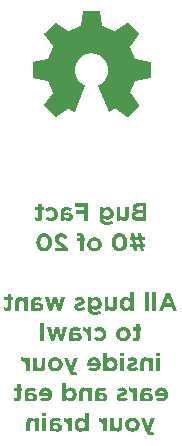
<source format=gbr>
*
%FSLAX36Y36*%
%MOIN*%
%ADD10C,1.0000*%
G36*
X24774Y907094D02*
G01X24840Y907093D01*
X24930Y907089D01*
X25020Y907082D01*
X25109Y907072D01*
X25198Y907059D01*
X25286Y907042D01*
X25374Y907023D01*
X25461Y907001D01*
X25548Y906975D01*
X25633Y906947D01*
X25717Y906915D01*
X25800Y906881D01*
X25882Y906844D01*
X25962Y906803D01*
X26042Y906761D01*
X26119Y906715D01*
X26195Y906667D01*
X26269Y906616D01*
X26341Y906562D01*
X26412Y906506D01*
X26480Y906448D01*
X26546Y906387D01*
X26611Y906324D01*
X26673Y906259D01*
X26732Y906192D01*
X26789Y906122D01*
X26844Y906051D01*
X26896Y905978D01*
X26946Y905903D01*
X26993Y905826D01*
X27037Y905748D01*
X27079Y905668D01*
X27118Y905587D01*
X27154Y905505D01*
X27187Y905421D01*
X27217Y905336D01*
X27244Y905251D01*
X27268Y905164D01*
X27289Y905077D01*
X27307Y904988D01*
X36107Y857632D01*
X36115Y857589D01*
X36135Y857502D01*
X36157Y857414D01*
X36183Y857328D01*
X36211Y857243D01*
X36243Y857159D01*
X36277Y857076D01*
X36315Y856994D01*
X36355Y856913D01*
X36398Y856834D01*
X36443Y856757D01*
X36492Y856681D01*
X36543Y856607D01*
X36596Y856535D01*
X36652Y856464D01*
X36710Y856396D01*
X36771Y856330D01*
X36834Y856265D01*
X36899Y856204D01*
X36967Y856144D01*
X37036Y856087D01*
X37107Y856032D01*
X37181Y855980D01*
X37256Y855930D01*
X37332Y855883D01*
X37411Y855839D01*
X37490Y855797D01*
X37571Y855759D01*
X37654Y855723D01*
X76244Y839738D01*
X76284Y839722D01*
X76368Y839691D01*
X76454Y839662D01*
X76540Y839636D01*
X76627Y839614D01*
X76715Y839594D01*
X76803Y839578D01*
X76892Y839565D01*
X76981Y839554D01*
X77071Y839547D01*
X77161Y839543D01*
X77251Y839542D01*
X77341Y839545D01*
X77430Y839550D01*
X77520Y839559D01*
X77609Y839570D01*
X77698Y839585D01*
X77786Y839603D01*
X77873Y839624D01*
X77960Y839648D01*
X78046Y839675D01*
X78131Y839705D01*
X78214Y839738D01*
X78297Y839774D01*
X78378Y839812D01*
X78458Y839854D01*
X78536Y839898D01*
X78613Y839945D01*
X78688Y839995D01*
X118396Y867258D01*
X118451Y867295D01*
X118528Y867342D01*
X118606Y867387D01*
X118685Y867430D01*
X118766Y867469D01*
X118848Y867506D01*
X118931Y867539D01*
X119016Y867570D01*
X119101Y867598D01*
X119188Y867623D01*
X119275Y867644D01*
X119363Y867663D01*
X119451Y867679D01*
X119541Y867691D01*
X119630Y867701D01*
X119720Y867707D01*
X119810Y867710D01*
X119899D01*
X119989Y867707D01*
X120079Y867701D01*
X120168Y867691D01*
X120257Y867679D01*
X120346Y867663D01*
X120434Y867644D01*
X120521Y867623D01*
X120608Y867598D01*
X120693Y867570D01*
X120778Y867539D01*
X120861Y867506D01*
X120943Y867469D01*
X121024Y867430D01*
X121103Y867387D01*
X121181Y867342D01*
X121258Y867295D01*
X121332Y867244D01*
X121405Y867192D01*
X121476Y867136D01*
X121545Y867078D01*
X121611Y867018D01*
X121676Y866956D01*
X156712Y831920D01*
X156758Y831873D01*
X156819Y831806D01*
X156877Y831738D01*
X156933Y831668D01*
X156987Y831595D01*
X157038Y831521D01*
X157086Y831446D01*
X157132Y831368D01*
X157175Y831289D01*
X157215Y831209D01*
X157252Y831127D01*
X157287Y831044D01*
X157318Y830960D01*
X157347Y830874D01*
X157372Y830788D01*
X157395Y830701D01*
X157414Y830613D01*
X157431Y830525D01*
X157444Y830436D01*
X157454Y830347D01*
X157461Y830257D01*
X157465Y830167D01*
X157466Y830077D01*
X157464Y829987D01*
X157458Y829898D01*
X157450Y829808D01*
X157438Y829719D01*
X157423Y829630D01*
X157406Y829542D01*
X157385Y829455D01*
X157361Y829368D01*
X157334Y829282D01*
X157304Y829197D01*
X157271Y829114D01*
X157235Y829031D01*
X157196Y828950D01*
X157155Y828870D01*
X157111Y828792D01*
X157064Y828715D01*
X157014Y828640D01*
X129751Y788932D01*
X129726Y788895D01*
X129678Y788820D01*
X129632Y788742D01*
X129589Y788663D01*
X129549Y788583D01*
X129512Y788501D01*
X129478Y788418D01*
X129446Y788334D01*
X129418Y788248D01*
X129392Y788162D01*
X129370Y788075D01*
X129350Y787987D01*
X129334Y787899D01*
X129320Y787810D01*
X129310Y787720D01*
X129303Y787631D01*
X129299Y787541D01*
X129298Y787451D01*
X129301Y787361D01*
X129306Y787271D01*
X129315Y787182D01*
X129327Y787093D01*
X129342Y787004D01*
X129359Y786916D01*
X129380Y786829D01*
X129404Y786742D01*
X129432Y786656D01*
X129462Y786571D01*
X129494Y786488D01*
X145479Y747898D01*
X145496Y747858D01*
X145533Y747776D01*
X145573Y747695D01*
X145616Y747616D01*
X145662Y747539D01*
X145710Y747463D01*
X145761Y747389D01*
X145814Y747317D01*
X145870Y747246D01*
X145929Y747178D01*
X145989Y747111D01*
X146052Y747047D01*
X146118Y746985D01*
X146185Y746926D01*
X146254Y746868D01*
X146326Y746814D01*
X146399Y746761D01*
X146474Y746712D01*
X146550Y746665D01*
X146629Y746620D01*
X146708Y746579D01*
X146790Y746540D01*
X146872Y746504D01*
X146956Y746471D01*
X147040Y746441D01*
X147126Y746414D01*
X147213Y746390D01*
X147300Y746369D01*
X147388Y746351D01*
X194744Y737551D01*
X194809Y737538D01*
X194897Y737518D01*
X194984Y737494D01*
X195070Y737468D01*
X195155Y737439D01*
X195239Y737407D01*
X195322Y737371D01*
X195403Y737333D01*
X195483Y737293D01*
X195562Y737249D01*
X195639Y737203D01*
X195714Y737154D01*
X195788Y737102D01*
X195860Y737048D01*
X195930Y736991D01*
X195998Y736932D01*
X196063Y736871D01*
X196127Y736808D01*
X196188Y736742D01*
X196247Y736674D01*
X196304Y736604D01*
X196358Y736532D01*
X196410Y736459D01*
X196459Y736383D01*
X196505Y736306D01*
X196548Y736227D01*
X196589Y736147D01*
X196627Y736066D01*
X196662Y735983D01*
X196695Y735899D01*
X196724Y735814D01*
X196750Y735728D01*
X196773Y735641D01*
X196794Y735554D01*
X196811Y735465D01*
X196825Y735377D01*
X196836Y735287D01*
X196844Y735198D01*
X196848Y735108D01*
X196850Y735018D01*
Y685470D01*
X196849Y685404D01*
X196845Y685314D01*
X196838Y685224D01*
X196828Y685135D01*
X196815Y685046D01*
X196798Y684958D01*
X196779Y684870D01*
X196757Y684783D01*
X196731Y684696D01*
X196703Y684611D01*
X196671Y684527D01*
X196637Y684444D01*
X196600Y684362D01*
X196559Y684282D01*
X196517Y684202D01*
X196471Y684125D01*
X196423Y684049D01*
X196372Y683975D01*
X196318Y683903D01*
X196262Y683832D01*
X196204Y683764D01*
X196143Y683698D01*
X196080Y683633D01*
X196015Y683571D01*
X195948Y683512D01*
X195878Y683455D01*
X195807Y683400D01*
X195734Y683348D01*
X195659Y683298D01*
X195582Y683251D01*
X195504Y683207D01*
X195424Y683165D01*
X195343Y683126D01*
X195261Y683090D01*
X195177Y683057D01*
X195092Y683027D01*
X195007Y683000D01*
X194920Y682976D01*
X194833Y682955D01*
X194744Y682937D01*
X147388Y674137D01*
X147345Y674129D01*
X147258Y674109D01*
X147170Y674087D01*
X147084Y674061D01*
X146999Y674033D01*
X146915Y674001D01*
X146832Y673967D01*
X146750Y673929D01*
X146669Y673889D01*
X146590Y673846D01*
X146513Y673801D01*
X146437Y673752D01*
X146363Y673701D01*
X146291Y673648D01*
X146220Y673592D01*
X146152Y673534D01*
X146086Y673473D01*
X146021Y673410D01*
X145960Y673345D01*
X145900Y673277D01*
X145843Y673208D01*
X145788Y673137D01*
X145736Y673063D01*
X145686Y672988D01*
X145639Y672912D01*
X145595Y672833D01*
X145553Y672754D01*
X145515Y672672D01*
X145479Y672590D01*
X129494Y634000D01*
X129478Y633960D01*
X129447Y633875D01*
X129418Y633790D01*
X129392Y633704D01*
X129370Y633617D01*
X129350Y633529D01*
X129334Y633441D01*
X129321Y633352D01*
X129310Y633263D01*
X129303Y633173D01*
X129299Y633083D01*
X129298Y632993D01*
X129301Y632903D01*
X129306Y632814D01*
X129315Y632724D01*
X129327Y632635D01*
X129341Y632546D01*
X129359Y632458D01*
X129380Y632371D01*
X129404Y632284D01*
X129431Y632198D01*
X129461Y632113D01*
X129494Y632030D01*
X129530Y631947D01*
X129568Y631866D01*
X129610Y631786D01*
X129654Y631708D01*
X129701Y631631D01*
X129751Y631556D01*
X157014Y591848D01*
X157051Y591793D01*
X157098Y591716D01*
X157143Y591638D01*
X157186Y591559D01*
X157225Y591478D01*
X157262Y591396D01*
X157295Y591313D01*
X157326Y591228D01*
X157354Y591143D01*
X157379Y591056D01*
X157400Y590969D01*
X157419Y590881D01*
X157435Y590793D01*
X157447Y590703D01*
X157457Y590614D01*
X157463Y590524D01*
X157466Y590434D01*
Y590345D01*
X157463Y590255D01*
X157457Y590165D01*
X157447Y590076D01*
X157435Y589987D01*
X157419Y589898D01*
X157400Y589810D01*
X157379Y589723D01*
X157354Y589636D01*
X157326Y589551D01*
X157295Y589466D01*
X157262Y589383D01*
X157225Y589301D01*
X157186Y589220D01*
X157143Y589141D01*
X157098Y589063D01*
X157051Y588986D01*
X157000Y588912D01*
X156948Y588839D01*
X156892Y588768D01*
X156834Y588699D01*
X156774Y588633D01*
X156712Y588568D01*
X121676Y553532D01*
X121629Y553486D01*
X121562Y553425D01*
X121494Y553367D01*
X121424Y553311D01*
X121351Y553257D01*
X121277Y553206D01*
X121202Y553158D01*
X121124Y553112D01*
X121045Y553069D01*
X120965Y553029D01*
X120883Y552992D01*
X120800Y552957D01*
X120716Y552926D01*
X120630Y552897D01*
X120544Y552872D01*
X120457Y552849D01*
X120369Y552830D01*
X120281Y552813D01*
X120192Y552800D01*
X120103Y552790D01*
X120013Y552783D01*
X119923Y552779D01*
X119833Y552778D01*
X119743Y552780D01*
X119654Y552785D01*
X119564Y552794D01*
X119475Y552806D01*
X119386Y552821D01*
X119298Y552838D01*
X119211Y552859D01*
X119124Y552883D01*
X119038Y552910D01*
X118953Y552940D01*
X118870Y552973D01*
X118787Y553009D01*
X118706Y553048D01*
X118626Y553089D01*
X118548Y553133D01*
X118471Y553180D01*
X118396Y553230D01*
X80151Y579488D01*
X80120Y579510D01*
X80012Y579579D01*
X79902Y579645D01*
X79789Y579707D01*
X79675Y579765D01*
X79558Y579820D01*
X79440Y579869D01*
X79320Y579915D01*
X79198Y579957D01*
X79075Y579994D01*
X78951Y580027D01*
X78826Y580056D01*
X78700Y580080D01*
X78573Y580100D01*
X78445Y580115D01*
X78317Y580126D01*
X78189Y580133D01*
X78061Y580135D01*
X77932Y580132D01*
X77804Y580125D01*
X77676Y580114D01*
X77549Y580098D01*
X77422Y580077D01*
X77296Y580053D01*
X77171Y580023D01*
X77047Y579990D01*
X76924Y579952D01*
X76802Y579910D01*
X76683Y579864D01*
X76564Y579813D01*
X76448Y579759D01*
X76334Y579700D01*
X59276Y570586D01*
X59229Y570561D01*
X59172Y570534D01*
X59113Y570508D01*
X59053Y570485D01*
X58992Y570463D01*
X58931Y570444D01*
X58869Y570427D01*
X58807Y570412D01*
X58744Y570399D01*
X58680Y570388D01*
X58617Y570380D01*
X58553Y570374D01*
X58489Y570370D01*
X58424Y570368D01*
X58360Y570369D01*
X58296Y570372D01*
X58232Y570377D01*
X58168Y570384D01*
X58105Y570394D01*
X58042Y570405D01*
X57979Y570419D01*
X57917Y570435D01*
X57855Y570454D01*
X57794Y570474D01*
X57734Y570497D01*
X57675Y570521D01*
X57616Y570548D01*
X57559Y570577D01*
X57502Y570607D01*
X57447Y570640D01*
X57393Y570674D01*
X57340Y570711D01*
X57288Y570749D01*
X57238Y570789D01*
X57189Y570831D01*
X57142Y570874D01*
X57096Y570919D01*
X57052Y570966D01*
X57009Y571014D01*
X56969Y571063D01*
X56929Y571114D01*
X56892Y571167D01*
X56857Y571220D01*
X56823Y571275D01*
X56792Y571331D01*
X56762Y571388D01*
X56734Y571446D01*
X56709Y571505D01*
X21754Y655971D01*
X21722Y656053D01*
X21692Y656137D01*
X21665Y656223D01*
X21641Y656310D01*
X21620Y656397D01*
X21602Y656485D01*
X21587Y656574D01*
X21575Y656663D01*
X21566Y656753D01*
X21561Y656842D01*
X21558Y656932D01*
X21559Y657022D01*
X21563Y657112D01*
X21570Y657202D01*
X21580Y657291D01*
X21593Y657380D01*
X21609Y657468D01*
X21629Y657556D01*
X21651Y657643D01*
X21677Y657729D01*
X21705Y657815D01*
X21737Y657899D01*
X21771Y657982D01*
X21808Y658064D01*
X21848Y658144D01*
X21891Y658224D01*
X21937Y658301D01*
X21985Y658377D01*
X22036Y658451D01*
X22089Y658523D01*
X22145Y658594D01*
X22204Y658662D01*
X22264Y658728D01*
X22327Y658793D01*
X22393Y658855D01*
X22460Y658914D01*
X22529Y658971D01*
X22601Y659026D01*
X22674Y659079D01*
X22749Y659128D01*
X22825Y659175D01*
X22904Y659220D01*
X22983Y659261D01*
X23064Y659300D01*
X23880Y659680D01*
X25615Y660544D01*
X27319Y661468D01*
X28990Y662451D01*
X30626Y663491D01*
X32225Y664588D01*
X33784Y665741D01*
X35302Y666947D01*
X36777Y668205D01*
X38207Y669513D01*
X39590Y670871D01*
X40926Y672277D01*
X42211Y673728D01*
X43445Y675223D01*
X44626Y676760D01*
X45753Y678338D01*
X46824Y679954D01*
X47838Y681606D01*
X48794Y683293D01*
X49690Y685012D01*
X50526Y686761D01*
X51300Y688539D01*
X52012Y690342D01*
X52660Y692169D01*
X53244Y694018D01*
X53763Y695885D01*
X54217Y697770D01*
X54605Y699670D01*
X54926Y701582D01*
X55180Y703504D01*
X55367Y705433D01*
X55487Y707368D01*
X55539Y709306D01*
X55523Y711245D01*
X55440Y713182D01*
X55289Y715114D01*
X55071Y717041D01*
X54785Y718958D01*
X54433Y720865D01*
X54015Y722758D01*
X53531Y724635D01*
X52981Y726494D01*
X52367Y728333D01*
X51689Y730149D01*
X50949Y731941D01*
X50146Y733705D01*
X49282Y735441D01*
X48358Y737145D01*
X47375Y738816D01*
X46334Y740452D01*
X45237Y742050D01*
X44085Y743609D01*
X42879Y745127D01*
X41621Y746602D01*
X40312Y748033D01*
X38954Y749416D01*
X37549Y750752D01*
X36098Y752037D01*
X34603Y753271D01*
X33065Y754452D01*
X31488Y755579D01*
X29872Y756650D01*
X28219Y757664D01*
X26533Y758620D01*
X24814Y759516D01*
X23064Y760352D01*
X21287Y761126D01*
X19484Y761838D01*
X17657Y762486D01*
X15808Y763070D01*
X13940Y763589D01*
X12055Y764043D01*
X10156Y764431D01*
X8244Y764752D01*
X6322Y765006D01*
X4393Y765193D01*
X2458Y765313D01*
X520Y765365D01*
X-1419Y765349D01*
X-3356Y765266D01*
X-5289Y765115D01*
X-7215Y764897D01*
X-9132Y764611D01*
X-11039Y764259D01*
X-12932Y763841D01*
X-14809Y763356D01*
X-16668Y762807D01*
X-18507Y762193D01*
X-20323Y761515D01*
X-22115Y760774D01*
X-23880Y759972D01*
X-25615Y759108D01*
X-27319Y758184D01*
X-28990Y757201D01*
X-30626Y756160D01*
X-32225Y755063D01*
X-33784Y753911D01*
X-35302Y752705D01*
X-36777Y751447D01*
X-38207Y750138D01*
X-39590Y748780D01*
X-40926Y747375D01*
X-42211Y745924D01*
X-43445Y744428D01*
X-44626Y742891D01*
X-45753Y741314D01*
X-46824Y739698D01*
X-47838Y738045D01*
X-48794Y736359D01*
X-49690Y734640D01*
X-50526Y732890D01*
X-51300Y731113D01*
X-52012Y729310D01*
X-52660Y727482D01*
X-53244Y725634D01*
X-53763Y723766D01*
X-54217Y721881D01*
X-54605Y719982D01*
X-54926Y718070D01*
X-55180Y716148D01*
X-55367Y714218D01*
X-55487Y712283D01*
X-55539Y710345D01*
X-55523Y708407D01*
X-55440Y706470D01*
X-55289Y704537D01*
X-55071Y702611D01*
X-54785Y700693D01*
X-54433Y698787D01*
X-54015Y696894D01*
X-53531Y695017D01*
X-52981Y693158D01*
X-52367Y691319D01*
X-51689Y689502D01*
X-50949Y687711D01*
X-50146Y685946D01*
X-49282Y684211D01*
X-48358Y682506D01*
X-47375Y680835D01*
X-46334Y679200D01*
X-45237Y677601D01*
X-44085Y676042D01*
X-42879Y674524D01*
X-41621Y673049D01*
X-40312Y671619D01*
X-38954Y670235D01*
X-37549Y668900D01*
X-36098Y667615D01*
X-34603Y666381D01*
X-33065Y665199D01*
X-31488Y664073D01*
X-29872Y663002D01*
X-28219Y661988D01*
X-26533Y661032D01*
X-24814Y660136D01*
X-23064Y659300D01*
X-22986Y659262D01*
X-22906Y659221D01*
X-22827Y659176D01*
X-22751Y659130D01*
X-22676Y659080D01*
X-22603Y659028D01*
X-22531Y658973D01*
X-22462Y658916D01*
X-22394Y658856D01*
X-22329Y658794D01*
X-22266Y658730D01*
X-22205Y658664D01*
X-22147Y658596D01*
X-22091Y658525D01*
X-22037Y658453D01*
X-21986Y658379D01*
X-21938Y658303D01*
X-21892Y658226D01*
X-21850Y658147D01*
X-21809Y658066D01*
X-21772Y657984D01*
X-21738Y657901D01*
X-21706Y657817D01*
X-21678Y657732D01*
X-21652Y657646D01*
X-21629Y657559D01*
X-21610Y657471D01*
X-21594Y657382D01*
X-21580Y657293D01*
X-21570Y657204D01*
X-21563Y657114D01*
X-21559Y657025D01*
X-21558Y656935D01*
X-21561Y656845D01*
X-21566Y656755D01*
X-21575Y656666D01*
X-21586Y656576D01*
X-21601Y656488D01*
X-21619Y656400D01*
X-21640Y656312D01*
X-21664Y656226D01*
X-21691Y656140D01*
X-21721Y656055D01*
X-21754Y655971D01*
X-56709Y571505D01*
X-56730Y571457D01*
X-56757Y571398D01*
X-56786Y571341D01*
X-56817Y571285D01*
X-56851Y571230D01*
X-56886Y571176D01*
X-56923Y571124D01*
X-56961Y571073D01*
X-57002Y571023D01*
X-57044Y570974D01*
X-57088Y570927D01*
X-57133Y570882D01*
X-57181Y570838D01*
X-57229Y570796D01*
X-57279Y570756D01*
X-57330Y570718D01*
X-57383Y570681D01*
X-57437Y570646D01*
X-57492Y570613D01*
X-57548Y570582D01*
X-57606Y570553D01*
X-57664Y570526D01*
X-57723Y570501D01*
X-57783Y570478D01*
X-57844Y570457D01*
X-57905Y570439D01*
X-57968Y570422D01*
X-58030Y570408D01*
X-58093Y570396D01*
X-58157Y570386D01*
X-58220Y570378D01*
X-58284Y570373D01*
X-58349Y570369D01*
X-58413Y570368D01*
X-58477Y570370D01*
X-58541Y570373D01*
X-58605Y570379D01*
X-58669Y570387D01*
X-58732Y570397D01*
X-58795Y570409D01*
X-58858Y570424D01*
X-58920Y570441D01*
X-58981Y570460D01*
X-59042Y570481D01*
X-59102Y570504D01*
X-59161Y570529D01*
X-59219Y570556D01*
X-59276Y570586D01*
X-76334Y579700D01*
X-76367Y579718D01*
X-76482Y579775D01*
X-76599Y579829D01*
X-76718Y579878D01*
X-76838Y579923D01*
X-76960Y579964D01*
X-77083Y580000D01*
X-77207Y580033D01*
X-77333Y580060D01*
X-77459Y580084D01*
X-77586Y580103D01*
X-77714Y580118D01*
X-77842Y580128D01*
X-77970Y580133D01*
X-78099Y580135D01*
X-78227Y580131D01*
X-78355Y580123D01*
X-78483Y580111D01*
X-78610Y580094D01*
X-78737Y580073D01*
X-78863Y580048D01*
X-78988Y580018D01*
X-79112Y579984D01*
X-79234Y579945D01*
X-79355Y579902D01*
X-79475Y579855D01*
X-79593Y579804D01*
X-79709Y579749D01*
X-79823Y579689D01*
X-79935Y579626D01*
X-80044Y579559D01*
X-80151Y579488D01*
X-118396Y553230D01*
X-118451Y553193D01*
X-118528Y553146D01*
X-118606Y553101D01*
X-118685Y553058D01*
X-118766Y553019D01*
X-118848Y552982D01*
X-118931Y552949D01*
X-119016Y552918D01*
X-119101Y552890D01*
X-119188Y552865D01*
X-119275Y552844D01*
X-119363Y552825D01*
X-119451Y552809D01*
X-119541Y552797D01*
X-119630Y552787D01*
X-119720Y552781D01*
X-119810Y552778D01*
X-119899D01*
X-119989Y552781D01*
X-120079Y552787D01*
X-120168Y552797D01*
X-120257Y552809D01*
X-120346Y552825D01*
X-120434Y552844D01*
X-120521Y552865D01*
X-120608Y552890D01*
X-120693Y552918D01*
X-120778Y552949D01*
X-120861Y552982D01*
X-120943Y553019D01*
X-121024Y553058D01*
X-121103Y553101D01*
X-121181Y553146D01*
X-121258Y553193D01*
X-121332Y553244D01*
X-121405Y553296D01*
X-121476Y553352D01*
X-121545Y553410D01*
X-121611Y553470D01*
X-121676Y553532D01*
X-156712Y588568D01*
X-156758Y588615D01*
X-156819Y588682D01*
X-156877Y588750D01*
X-156933Y588820D01*
X-156987Y588893D01*
X-157038Y588967D01*
X-157086Y589042D01*
X-157132Y589120D01*
X-157175Y589199D01*
X-157215Y589279D01*
X-157252Y589361D01*
X-157287Y589444D01*
X-157318Y589528D01*
X-157347Y589614D01*
X-157372Y589700D01*
X-157395Y589787D01*
X-157414Y589875D01*
X-157431Y589963D01*
X-157444Y590052D01*
X-157454Y590141D01*
X-157461Y590231D01*
X-157465Y590321D01*
X-157466Y590411D01*
X-157464Y590501D01*
X-157458Y590590D01*
X-157450Y590680D01*
X-157438Y590769D01*
X-157423Y590858D01*
X-157406Y590946D01*
X-157385Y591033D01*
X-157361Y591120D01*
X-157334Y591206D01*
X-157304Y591291D01*
X-157271Y591374D01*
X-157235Y591457D01*
X-157196Y591538D01*
X-157155Y591618D01*
X-157111Y591696D01*
X-157064Y591773D01*
X-157014Y591848D01*
X-129751Y631556D01*
X-129726Y631593D01*
X-129678Y631668D01*
X-129632Y631746D01*
X-129589Y631825D01*
X-129549Y631905D01*
X-129512Y631987D01*
X-129478Y632070D01*
X-129446Y632154D01*
X-129418Y632240D01*
X-129392Y632326D01*
X-129370Y632413D01*
X-129350Y632501D01*
X-129334Y632589D01*
X-129320Y632678D01*
X-129310Y632768D01*
X-129303Y632857D01*
X-129299Y632947D01*
X-129298Y633037D01*
X-129301Y633127D01*
X-129306Y633217D01*
X-129315Y633306D01*
X-129327Y633395D01*
X-129342Y633484D01*
X-129359Y633572D01*
X-129380Y633659D01*
X-129404Y633746D01*
X-129432Y633832D01*
X-129462Y633917D01*
X-129494Y634000D01*
X-145479Y672590D01*
X-145496Y672630D01*
X-145533Y672712D01*
X-145573Y672793D01*
X-145616Y672872D01*
X-145662Y672949D01*
X-145710Y673025D01*
X-145761Y673099D01*
X-145814Y673171D01*
X-145870Y673242D01*
X-145929Y673310D01*
X-145989Y673377D01*
X-146052Y673441D01*
X-146118Y673503D01*
X-146185Y673562D01*
X-146254Y673620D01*
X-146326Y673674D01*
X-146399Y673727D01*
X-146474Y673776D01*
X-146550Y673823D01*
X-146629Y673868D01*
X-146708Y673909D01*
X-146790Y673948D01*
X-146872Y673984D01*
X-146956Y674017D01*
X-147040Y674047D01*
X-147126Y674074D01*
X-147213Y674098D01*
X-147300Y674119D01*
X-147388Y674137D01*
X-194744Y682937D01*
X-194809Y682950D01*
X-194897Y682970D01*
X-194984Y682994D01*
X-195070Y683020D01*
X-195155Y683049D01*
X-195239Y683081D01*
X-195322Y683117D01*
X-195403Y683155D01*
X-195483Y683195D01*
X-195562Y683239D01*
X-195639Y683285D01*
X-195714Y683334D01*
X-195788Y683386D01*
X-195860Y683440D01*
X-195930Y683497D01*
X-195998Y683556D01*
X-196063Y683617D01*
X-196127Y683680D01*
X-196188Y683746D01*
X-196247Y683814D01*
X-196304Y683884D01*
X-196358Y683956D01*
X-196410Y684029D01*
X-196459Y684105D01*
X-196505Y684182D01*
X-196548Y684261D01*
X-196589Y684341D01*
X-196627Y684422D01*
X-196662Y684505D01*
X-196695Y684589D01*
X-196724Y684674D01*
X-196750Y684760D01*
X-196773Y684847D01*
X-196794Y684934D01*
X-196811Y685023D01*
X-196825Y685111D01*
X-196836Y685201D01*
X-196844Y685290D01*
X-196848Y685380D01*
X-196850Y685470D01*
Y735018D01*
X-196849Y735084D01*
X-196845Y735174D01*
X-196838Y735264D01*
X-196828Y735353D01*
X-196815Y735442D01*
X-196798Y735530D01*
X-196779Y735618D01*
X-196757Y735705D01*
X-196731Y735792D01*
X-196703Y735877D01*
X-196671Y735961D01*
X-196637Y736044D01*
X-196600Y736126D01*
X-196559Y736206D01*
X-196517Y736285D01*
X-196471Y736363D01*
X-196423Y736439D01*
X-196372Y736513D01*
X-196318Y736585D01*
X-196262Y736656D01*
X-196204Y736724D01*
X-196143Y736790D01*
X-196080Y736855D01*
X-196015Y736917D01*
X-195948Y736976D01*
X-195878Y737033D01*
X-195807Y737088D01*
X-195734Y737140D01*
X-195659Y737190D01*
X-195582Y737237D01*
X-195504Y737281D01*
X-195424Y737323D01*
X-195343Y737362D01*
X-195261Y737398D01*
X-195177Y737431D01*
X-195092Y737461D01*
X-195007Y737488D01*
X-194920Y737512D01*
X-194833Y737533D01*
X-194744Y737551D01*
X-147388Y746351D01*
X-147345Y746359D01*
X-147258Y746379D01*
X-147170Y746401D01*
X-147084Y746427D01*
X-146999Y746455D01*
X-146915Y746487D01*
X-146832Y746521D01*
X-146750Y746559D01*
X-146669Y746599D01*
X-146590Y746642D01*
X-146513Y746687D01*
X-146437Y746736D01*
X-146363Y746787D01*
X-146291Y746840D01*
X-146220Y746896D01*
X-146152Y746954D01*
X-146086Y747015D01*
X-146021Y747078D01*
X-145960Y747143D01*
X-145900Y747211D01*
X-145843Y747280D01*
X-145788Y747351D01*
X-145736Y747425D01*
X-145686Y747500D01*
X-145639Y747576D01*
X-145595Y747655D01*
X-145553Y747734D01*
X-145515Y747815D01*
X-145479Y747898D01*
X-129494Y786488D01*
X-129478Y786528D01*
X-129447Y786612D01*
X-129418Y786698D01*
X-129392Y786784D01*
X-129370Y786871D01*
X-129350Y786959D01*
X-129334Y787047D01*
X-129321Y787136D01*
X-129310Y787225D01*
X-129303Y787315D01*
X-129299Y787405D01*
X-129298Y787495D01*
X-129301Y787585D01*
X-129306Y787674D01*
X-129315Y787764D01*
X-129327Y787853D01*
X-129341Y787942D01*
X-129359Y788030D01*
X-129380Y788117D01*
X-129404Y788204D01*
X-129431Y788290D01*
X-129461Y788375D01*
X-129494Y788458D01*
X-129530Y788541D01*
X-129568Y788622D01*
X-129610Y788702D01*
X-129654Y788780D01*
X-129701Y788857D01*
X-129751Y788932D01*
X-157014Y828640D01*
X-157051Y828695D01*
X-157098Y828772D01*
X-157143Y828850D01*
X-157186Y828929D01*
X-157225Y829010D01*
X-157262Y829092D01*
X-157295Y829175D01*
X-157326Y829260D01*
X-157354Y829345D01*
X-157379Y829432D01*
X-157400Y829519D01*
X-157419Y829607D01*
X-157435Y829695D01*
X-157447Y829785D01*
X-157457Y829874D01*
X-157463Y829964D01*
X-157466Y830053D01*
Y830143D01*
X-157463Y830233D01*
X-157457Y830323D01*
X-157447Y830412D01*
X-157435Y830501D01*
X-157419Y830590D01*
X-157400Y830678D01*
X-157379Y830765D01*
X-157354Y830852D01*
X-157326Y830937D01*
X-157295Y831022D01*
X-157262Y831105D01*
X-157225Y831187D01*
X-157186Y831268D01*
X-157143Y831347D01*
X-157098Y831425D01*
X-157051Y831502D01*
X-157000Y831576D01*
X-156948Y831649D01*
X-156892Y831720D01*
X-156834Y831789D01*
X-156774Y831855D01*
X-156712Y831920D01*
X-121676Y866956D01*
X-121629Y867002D01*
X-121562Y867063D01*
X-121494Y867121D01*
X-121424Y867177D01*
X-121351Y867231D01*
X-121277Y867282D01*
X-121202Y867330D01*
X-121124Y867376D01*
X-121045Y867419D01*
X-120965Y867459D01*
X-120883Y867496D01*
X-120800Y867531D01*
X-120716Y867562D01*
X-120630Y867591D01*
X-120544Y867616D01*
X-120457Y867639D01*
X-120369Y867658D01*
X-120281Y867675D01*
X-120192Y867688D01*
X-120103Y867698D01*
X-120013Y867705D01*
X-119923Y867709D01*
X-119833Y867710D01*
X-119743Y867708D01*
X-119654Y867702D01*
X-119564Y867694D01*
X-119475Y867682D01*
X-119386Y867667D01*
X-119298Y867650D01*
X-119211Y867629D01*
X-119124Y867605D01*
X-119038Y867578D01*
X-118953Y867548D01*
X-118870Y867515D01*
X-118787Y867479D01*
X-118706Y867440D01*
X-118626Y867399D01*
X-118548Y867355D01*
X-118471Y867308D01*
X-118396Y867258D01*
X-78688Y839995D01*
X-78651Y839970D01*
X-78576Y839922D01*
X-78498Y839876D01*
X-78419Y839833D01*
X-78339Y839793D01*
X-78257Y839756D01*
X-78174Y839722D01*
X-78090Y839690D01*
X-78004Y839662D01*
X-77918Y839636D01*
X-77831Y839614D01*
X-77743Y839594D01*
X-77655Y839578D01*
X-77566Y839564D01*
X-77476Y839554D01*
X-77387Y839547D01*
X-77297Y839543D01*
X-77207Y839542D01*
X-77117Y839545D01*
X-77027Y839550D01*
X-76938Y839559D01*
X-76849Y839571D01*
X-76760Y839586D01*
X-76672Y839603D01*
X-76585Y839624D01*
X-76498Y839648D01*
X-76412Y839676D01*
X-76327Y839706D01*
X-76244Y839738D01*
X-37654Y855723D01*
X-37614Y855740D01*
X-37532Y855777D01*
X-37451Y855817D01*
X-37372Y855860D01*
X-37295Y855906D01*
X-37219Y855954D01*
X-37145Y856005D01*
X-37073Y856058D01*
X-37002Y856114D01*
X-36934Y856173D01*
X-36867Y856233D01*
X-36803Y856296D01*
X-36741Y856362D01*
X-36682Y856429D01*
X-36624Y856498D01*
X-36570Y856570D01*
X-36517Y856643D01*
X-36468Y856718D01*
X-36421Y856794D01*
X-36376Y856873D01*
X-36335Y856952D01*
X-36296Y857033D01*
X-36260Y857116D01*
X-36227Y857200D01*
X-36197Y857284D01*
X-36170Y857370D01*
X-36146Y857457D01*
X-36125Y857544D01*
X-36107Y857632D01*
X-27307Y904988D01*
X-27294Y905053D01*
X-27274Y905141D01*
X-27250Y905228D01*
X-27224Y905314D01*
X-27195Y905399D01*
X-27163Y905483D01*
X-27127Y905566D01*
X-27089Y905647D01*
X-27049Y905727D01*
X-27005Y905806D01*
X-26959Y905883D01*
X-26910Y905958D01*
X-26858Y906032D01*
X-26804Y906104D01*
X-26747Y906174D01*
X-26688Y906242D01*
X-26627Y906307D01*
X-26564Y906371D01*
X-26498Y906432D01*
X-26430Y906491D01*
X-26360Y906548D01*
X-26288Y906602D01*
X-26215Y906654D01*
X-26139Y906703D01*
X-26062Y906749D01*
X-25983Y906792D01*
X-25903Y906833D01*
X-25822Y906871D01*
X-25739Y906906D01*
X-25655Y906939D01*
X-25570Y906968D01*
X-25484Y906994D01*
X-25397Y907017D01*
X-25310Y907038D01*
X-25221Y907055D01*
X-25133Y907069D01*
X-25043Y907080D01*
X-24954Y907088D01*
X-24864Y907092D01*
X-24774Y907094D01*
X24774D01*
G37*
G36*
X247486Y-67909D02*
X263061D01*
X255273Y-48900D01*
Y-33421D01*
X261051D01*
X286174Y-92476D01*
X273027D01*
X267667Y-79307D01*
X247486D01*
Y-67909D01*
X224039Y-92476D02*
X249161Y-33421D01*
X255273D01*
Y-48900D01*
X247486Y-67909D01*
Y-79307D01*
X242880D01*
X237521Y-92476D01*
X224039D01*
G37*
G36*
X215811Y-248578D02*
X228567D01*
Y-293460D01*
X215811D01*
Y-248578D01*
G37*
G36*
X215457Y-232338D02*
X228922D01*
Y-243618D01*
X215457D01*
Y-232338D01*
G37*
G36*
X213293Y-386582D02*
X220579Y-380134D01*
X222347Y-381605D01*
X224078Y-382777D01*
X225771Y-383651D01*
X227520Y-384256D01*
X229418Y-384619D01*
X231465Y-384740D01*
X233514Y-384601D01*
X235390Y-384185D01*
X237094Y-383491D01*
X238625Y-382519D01*
X239947Y-381275D01*
X241022Y-379764D01*
X241852Y-377986D01*
X242435Y-375941D01*
X223426D01*
Y-367968D01*
X242602D01*
X242118Y-365909D01*
X241420Y-364069D01*
X240507Y-362448D01*
X239379Y-361046D01*
X238046Y-359915D01*
X236521Y-359107D01*
X234801Y-358622D01*
X232889Y-358460D01*
Y-348244D01*
X234830Y-348317D01*
X236701Y-348538D01*
X238501Y-348907D01*
X240231Y-349422D01*
X241891Y-350085D01*
X243470Y-350876D01*
X244959Y-351773D01*
X246357Y-352778D01*
X247665Y-353889D01*
X248883Y-355108D01*
X250003Y-356424D01*
X251020Y-357827D01*
X251933Y-359318D01*
X252742Y-360895D01*
X253447Y-362559D01*
X254034Y-364287D01*
X254492Y-366055D01*
X254818Y-367863D01*
X255014Y-369711D01*
X255079Y-371600D01*
Y-371767D01*
X255009Y-373805D01*
X254798Y-375765D01*
X254446Y-377649D01*
X253954Y-379455D01*
X253321Y-381185D01*
X252563Y-382831D01*
X251693Y-384386D01*
X250714Y-385851D01*
X249623Y-387226D01*
X248422Y-388510D01*
X247119Y-389692D01*
X245722Y-390760D01*
X244232Y-391715D01*
X242647Y-392555D01*
X240969Y-393282D01*
X239216Y-393885D01*
X237406Y-394354D01*
X235538Y-394688D01*
X233614Y-394889D01*
X231633Y-394956D01*
X229639Y-394895D01*
X227734Y-394710D01*
X225917Y-394401D01*
X224189Y-393970D01*
X222549Y-393415D01*
X220998Y-392737D01*
X219242Y-391781D01*
X217594Y-390687D01*
X216054Y-389456D01*
X214620Y-388088D01*
X213293Y-386582D01*
X211033Y-372594D02*
X211084Y-370701D01*
X211240Y-368838D01*
X211500Y-367006D01*
X211863Y-365203D01*
X212330Y-363431D01*
X212906Y-361714D01*
X213596Y-360077D01*
X214400Y-358521D01*
X215318Y-357045D01*
X216350Y-355649D01*
X217494Y-354349D01*
X218748Y-353159D01*
X220113Y-352080D01*
X221589Y-351111D01*
X223175Y-350252D01*
X224876Y-349529D01*
X226699Y-348967D01*
X228641Y-348565D01*
X230705Y-348324D01*
X232889Y-348244D01*
Y-358460D01*
X230978Y-358624D01*
X229267Y-359117D01*
X227754Y-359938D01*
X226440Y-361087D01*
X225341Y-362502D01*
X224472Y-364121D01*
X223834Y-365943D01*
X223426Y-367968D01*
Y-375941D01*
X211200D01*
X211127Y-375041D01*
X211075Y-374183D01*
X211043Y-373368D01*
X211033Y-372594D01*
G37*
G36*
X203026Y-31354D02*
X215782D01*
Y-92476D01*
X203026D01*
Y-31354D01*
G37*
G36*
X177750D02*
X190506D01*
Y-92476D01*
X177750D01*
Y-31354D01*
G37*
G36*
X212454Y-449563D02*
X194868Y-494587D01*
X195737Y-495999D01*
X196669Y-496888D01*
X197810Y-497358D01*
X199306Y-497515D01*
X200615Y-497390D01*
X202028Y-497013D01*
X203441Y-496448D01*
X204750Y-495757D01*
X209020Y-504982D01*
X207373Y-505868D01*
X205670Y-506623D01*
X203912Y-507247D01*
X202032Y-507713D01*
X199967Y-507993D01*
X197716Y-508086D01*
X195892Y-508012D01*
X194217Y-507788D01*
X192691Y-507416D01*
X191291Y-506877D01*
X189993Y-506151D01*
X188797Y-505240D01*
X187685Y-504137D01*
X186638Y-502840D01*
X185657Y-501347D01*
X184726Y-499639D01*
X183833Y-497700D01*
X182977Y-495528D01*
X165726Y-449563D01*
X178957D01*
X188755Y-480127D01*
X198971Y-449563D01*
X212454D01*
G37*
G36*
X183172Y-366675D02*
X183989Y-366607D01*
X186180Y-366551D01*
X188145Y-366606D01*
X190021Y-366771D01*
X191808Y-367045D01*
X193507Y-367430D01*
X195609Y-368114D01*
X197507Y-368994D01*
X199200Y-370069D01*
X200675Y-371344D01*
X201917Y-372824D01*
X202926Y-374508D01*
X203513Y-375912D01*
X203931Y-377440D01*
X204182Y-379094D01*
X204266Y-380874D01*
Y-381041D01*
X204131Y-383187D01*
X203726Y-385156D01*
X203052Y-386947D01*
X202145Y-388562D01*
X201042Y-390000D01*
X199744Y-391261D01*
X198270Y-392336D01*
X196637Y-393216D01*
X194846Y-393900D01*
X192935Y-394388D01*
X190939Y-394681D01*
X188859Y-394779D01*
X186604Y-394682D01*
X185019Y-394460D01*
Y-385980D01*
X186958Y-385822D01*
X188636Y-385347D01*
X190053Y-384556D01*
X191125Y-383476D01*
X191768Y-382136D01*
X191983Y-380535D01*
Y-380368D01*
X191722Y-378516D01*
X190939Y-376980D01*
X189633Y-375761D01*
X188349Y-375064D01*
X186844Y-374567D01*
X185118Y-374268D01*
X183172Y-374169D01*
Y-366675D01*
X162987Y-367894D02*
X163060Y-365687D01*
X163280Y-363589D01*
X163646Y-361602D01*
X164159Y-359724D01*
X164829Y-357973D01*
X165666Y-356362D01*
X166671Y-354893D01*
X167843Y-353566D01*
X169138Y-352422D01*
X170595Y-351419D01*
X172215Y-350558D01*
X173997Y-349838D01*
X175550Y-349370D01*
X177226Y-349006D01*
X179027Y-348747D01*
X180951Y-348591D01*
X182999Y-348539D01*
X185210Y-348579D01*
X187286Y-348699D01*
X189229Y-348900D01*
X191038Y-349181D01*
X192713Y-349542D01*
X194701Y-350080D01*
X196648Y-350691D01*
X198553Y-351376D01*
X200416Y-352133D01*
X197235Y-361834D01*
X195202Y-361112D01*
X193234Y-360512D01*
X191331Y-360033D01*
X189874Y-359758D01*
X188306Y-359562D01*
X186628Y-359444D01*
X184841Y-359405D01*
X182601Y-359536D01*
X180654Y-359930D01*
X179000Y-360586D01*
X177640Y-361505D01*
X176577Y-362675D01*
X175818Y-364088D01*
X175363Y-365741D01*
X175211Y-367637D01*
Y-368393D01*
X176844Y-367872D01*
X178505Y-367425D01*
X180193Y-367053D01*
X181993Y-366774D01*
X183172Y-366675D01*
Y-374169D01*
X181639Y-374220D01*
X180171Y-374374D01*
X178768Y-374630D01*
X176807Y-375164D01*
X175034Y-375845D01*
Y-378106D01*
X175204Y-379781D01*
X175716Y-381289D01*
X176568Y-382629D01*
X177761Y-383802D01*
X179237Y-384755D01*
X180938Y-385435D01*
X182866Y-385844D01*
X185019Y-385980D01*
Y-394460D01*
X184527Y-394392D01*
X182627Y-393907D01*
X180905Y-393229D01*
X179330Y-392388D01*
X177870Y-391417D01*
X176525Y-390314D01*
X175295Y-389080D01*
X175270Y-393952D01*
X162987D01*
Y-367894D01*
G37*
G36*
X177999Y-247752D02*
X179559Y-247817D01*
X181009Y-248013D01*
X182347Y-248339D01*
X184186Y-249031D01*
X185858Y-249932D01*
X187374Y-251012D01*
X188743Y-252239D01*
X189987Y-253570D01*
X191126Y-254965D01*
Y-248578D01*
X203882D01*
Y-293460D01*
X191126D01*
Y-268446D01*
X190994Y-266325D01*
X190595Y-264482D01*
X189931Y-262916D01*
X189000Y-261627D01*
X187841Y-260621D01*
X186489Y-259902D01*
X184944Y-259470D01*
X183206Y-259326D01*
X181476Y-259470D01*
X179954Y-259902D01*
X178641Y-260621D01*
X177537Y-261627D01*
X176661Y-262916D01*
X176036Y-264482D01*
X175661Y-266325D01*
X175536Y-268446D01*
Y-293460D01*
X162780D01*
Y-264411D01*
X162861Y-262255D01*
X163104Y-260235D01*
X163509Y-258353D01*
X164077Y-256607D01*
X164806Y-254997D01*
X165698Y-253525D01*
X166752Y-252189D01*
X168168Y-250833D01*
X169767Y-249724D01*
X171549Y-248861D01*
X173516Y-248245D01*
X175665Y-247875D01*
X177999Y-247752D01*
G37*
G36*
X147809Y-136629D02*
X160565D01*
Y-148086D01*
X165925D01*
Y-158952D01*
X160565D01*
Y-180242D01*
X160505Y-182125D01*
X160324Y-183835D01*
X160022Y-185373D01*
X159600Y-186737D01*
X158873Y-188334D01*
X157978Y-189717D01*
X156915Y-190886D01*
X155693Y-191840D01*
X154322Y-192581D01*
X152802Y-193107D01*
X151147Y-193456D01*
X149371Y-193666D01*
X147474Y-193736D01*
X145437Y-193657D01*
X143566Y-193419D01*
X141864Y-193024D01*
X140292Y-192498D01*
X138812Y-191870D01*
X137426Y-191140D01*
Y-180925D01*
X138917Y-181646D01*
X140461Y-182162D01*
X142057Y-182471D01*
X143706Y-182574D01*
X145501Y-182301D01*
X146784Y-181482D01*
X147553Y-180116D01*
X147809Y-178203D01*
Y-158952D01*
X137258D01*
Y-148086D01*
X147809D01*
Y-136629D01*
G37*
G36*
X155076Y218804D02*
X170398D01*
Y231737D01*
X155494D01*
Y242725D01*
X156472Y242576D01*
X158498Y242485D01*
X170398D01*
Y254886D01*
X157661D01*
Y266166D01*
X182977D01*
Y207524D01*
X155115D01*
X155076Y207525D01*
Y218804D01*
X133193Y223785D02*
X133310Y226030D01*
X133660Y228070D01*
X134243Y229906D01*
X135060Y231537D01*
X136110Y232963D01*
X137363Y234233D01*
X138790Y235391D01*
X140391Y236439D01*
X142164Y237376D01*
X144111Y238202D01*
X142579Y239123D01*
X141151Y240212D01*
X139859Y241478D01*
X138734Y242933D01*
X137796Y244576D01*
X137066Y246407D01*
X136719Y247756D01*
X136511Y249235D01*
X136441Y250845D01*
Y251012D01*
X136553Y252940D01*
X136888Y254761D01*
X137446Y256475D01*
X138227Y258082D01*
X139231Y259582D01*
X140459Y260975D01*
X141833Y262192D01*
X143362Y263246D01*
X145045Y264138D01*
X146883Y264868D01*
X148875Y265436D01*
X151021Y265841D01*
X153321Y266085D01*
X155775Y266166D01*
X157661D01*
Y254886D01*
X155728Y254789D01*
X154036Y254499D01*
X152586Y254014D01*
X151376Y253336D01*
X150166Y252149D01*
X149439Y250655D01*
X149197Y248853D01*
Y248685D01*
X149477Y246707D01*
X150315Y245129D01*
X151711Y243951D01*
X153078Y243309D01*
X154665Y242851D01*
X155494Y242725D01*
Y231737D01*
X153155Y231629D01*
X151161Y231306D01*
X149513Y230768D01*
X148210Y230015D01*
X146954Y228732D01*
X146200Y227178D01*
X145949Y225354D01*
Y225186D01*
X146219Y223194D01*
X147028Y221584D01*
X148377Y220357D01*
X149707Y219677D01*
X151266Y219192D01*
X153056Y218901D01*
X155076Y218804D01*
Y207525D01*
X153175Y207564D01*
X151306Y207685D01*
X149507Y207886D01*
X147779Y208168D01*
X146120Y208530D01*
X144165Y209096D01*
X142355Y209787D01*
X140692Y210604D01*
X139176Y211547D01*
X137816Y212616D01*
X136624Y213810D01*
X135599Y215131D01*
X134741Y216577D01*
X134064Y218148D01*
X133580Y219846D01*
X133290Y221669D01*
X133193Y223617D01*
Y223785D01*
G37*
G36*
X145871Y152859D02*
X156170D01*
X154078Y165083D01*
X165131D01*
X167225Y152859D01*
X176435D01*
Y142111D01*
X169067D01*
X171160Y129709D01*
X179367D01*
Y118961D01*
X173003D01*
X175180Y106441D01*
X164126D01*
X161949Y118961D01*
X149806D01*
X151984Y106441D01*
X147964D01*
Y129709D01*
X160107D01*
X158013Y142111D01*
X145871D01*
Y152859D01*
X126611D02*
X132975D01*
X130881Y165083D01*
X141935D01*
X144028Y152859D01*
X145871D01*
Y142111D01*
X147964Y129709D01*
Y106441D01*
X140930D01*
X138753Y118961D01*
X129541D01*
Y129709D01*
X136910D01*
X134817Y142111D01*
X126611D01*
Y152859D01*
G37*
G36*
X124986Y-348221D02*
X127169Y-348241D01*
X129166Y-348502D01*
X130975Y-349005D01*
X132596Y-349748D01*
X134029Y-350733D01*
X135312Y-351912D01*
X136481Y-353239D01*
X137537Y-354713D01*
X138478Y-356334D01*
X139306Y-358102D01*
Y-349070D01*
X152061D01*
Y-393952D01*
X139306D01*
Y-377364D01*
X139231Y-375130D01*
X139008Y-373070D01*
X138636Y-371184D01*
X138116Y-369473D01*
X137447Y-367936D01*
X136629Y-366573D01*
X135663Y-365385D01*
X134373Y-364207D01*
X132932Y-363244D01*
X131339Y-362495D01*
X129596Y-361959D01*
X127701Y-361638D01*
X125655Y-361531D01*
X124986D01*
Y-348221D01*
G37*
G36*
X136580Y-247929D02*
X138267Y-247986D01*
X139897Y-248159D01*
X141469Y-248446D01*
X142983Y-248849D01*
X144879Y-249564D01*
X146607Y-250484D01*
X148168Y-251609D01*
X149544Y-252924D01*
X150715Y-254416D01*
X151681Y-256084D01*
X152401Y-257929D01*
X152833Y-259951D01*
X152977Y-262149D01*
Y-262317D01*
X152842Y-264380D01*
X152436Y-266220D01*
X151760Y-267837D01*
X150870Y-269264D01*
X149821Y-270533D01*
X148614Y-271643D01*
X147276Y-272610D01*
X145836Y-273447D01*
X144293Y-274153D01*
X142704Y-274762D01*
X141124Y-275306D01*
X139553Y-275784D01*
X137749Y-276349D01*
X136029Y-276872D01*
X134446Y-277384D01*
X133051Y-277917D01*
X131887Y-278513D01*
X130996Y-279214D01*
X130429Y-280030D01*
X130241Y-280971D01*
Y-281138D01*
X130565Y-282497D01*
X131539Y-283564D01*
X132567Y-284075D01*
X133921Y-284382D01*
X135600Y-284484D01*
X137220Y-284400D01*
X138897Y-284149D01*
X140632Y-283730D01*
X142425Y-283144D01*
X144249Y-282390D01*
X146078Y-281468D01*
X147913Y-280380D01*
X149753Y-279124D01*
X155195Y-287500D01*
X153675Y-288621D01*
X152129Y-289637D01*
X150558Y-290548D01*
X148961Y-291355D01*
X147339Y-292056D01*
X145691Y-292653D01*
X143706Y-293241D01*
X141738Y-293699D01*
X139787Y-294026D01*
X137852Y-294222D01*
X135935Y-294287D01*
X134163Y-294232D01*
X132450Y-294067D01*
X130795Y-293793D01*
X129197Y-293409D01*
X127194Y-292725D01*
X125367Y-291847D01*
X123718Y-290774D01*
X122273Y-289496D01*
X121060Y-288004D01*
X120080Y-286298D01*
X119513Y-284874D01*
X119108Y-283318D01*
X118865Y-281632D01*
X118784Y-279816D01*
Y-279648D01*
X118924Y-277687D01*
X119343Y-275930D01*
X120042Y-274378D01*
X120956Y-273002D01*
X122019Y-271776D01*
X123231Y-270698D01*
X124573Y-269745D01*
X126027Y-268895D01*
X127593Y-268146D01*
X129206Y-267482D01*
X130800Y-266882D01*
X132375Y-266347D01*
X134169Y-265762D01*
X135857Y-265177D01*
X137399Y-264581D01*
X138751Y-263964D01*
X139884Y-263316D01*
X140765Y-262626D01*
X141331Y-261862D01*
X141520Y-260995D01*
Y-260827D01*
X141227Y-259604D01*
X140348Y-258610D01*
X138882Y-257951D01*
X136831Y-257732D01*
X135128Y-257857D01*
X133258Y-258234D01*
X131220Y-258862D01*
X129619Y-259477D01*
X127996Y-260191D01*
X126353Y-261005D01*
X124688Y-261918D01*
X119831Y-253124D01*
X121333Y-252194D01*
X122893Y-251348D01*
X124509Y-250585D01*
X126182Y-249906D01*
X127912Y-249311D01*
X129666Y-248814D01*
X131409Y-248426D01*
X133143Y-248150D01*
X134866Y-247984D01*
X136580Y-247929D01*
G37*
G36*
X135974Y-484464D02*
X137695Y-484353D01*
X139296Y-484018D01*
X140776Y-483461D01*
X142136Y-482713D01*
X143375Y-481808D01*
X144493Y-480744D01*
X145468Y-479546D01*
X146275Y-478236D01*
X146915Y-476815D01*
X147379Y-475306D01*
X147658Y-473732D01*
X147750Y-472092D01*
Y-471925D01*
X147662Y-470286D01*
X147398Y-468711D01*
X146957Y-467202D01*
X146349Y-465785D01*
X145583Y-464489D01*
X144660Y-463315D01*
X143588Y-462279D01*
X142377Y-461401D01*
X141027Y-460682D01*
X139537Y-460147D01*
X137909Y-459827D01*
X136141Y-459720D01*
Y-448742D01*
X138049Y-448809D01*
X140058Y-449030D01*
X142000Y-449399D01*
X143875Y-449915D01*
X145683Y-450578D01*
X147410Y-451368D01*
X149044Y-452265D01*
X150584Y-453270D01*
X152030Y-454382D01*
X153382Y-455600D01*
X154631Y-456915D01*
X155766Y-458313D01*
X156787Y-459795D01*
X157694Y-461360D01*
X158488Y-463009D01*
X159151Y-464725D01*
X159666Y-466492D01*
X160035Y-468308D01*
X160255Y-470175D01*
X160329Y-472092D01*
Y-472259D01*
X160255Y-474176D01*
X160035Y-476043D01*
X159666Y-477860D01*
X159151Y-479626D01*
X158488Y-481343D01*
X157696Y-482990D01*
X156794Y-484551D01*
X155781Y-486024D01*
X154658Y-487410D01*
X153424Y-488710D01*
X152087Y-489912D01*
X150652Y-491007D01*
X149121Y-491994D01*
X147492Y-492875D01*
X145766Y-493649D01*
X143962Y-494297D01*
X142097Y-494800D01*
X140172Y-495160D01*
X138187Y-495376D01*
X136141Y-495448D01*
X135974Y-495442D01*
Y-484464D01*
X111786Y-471925D02*
X111859Y-470008D01*
X112080Y-468141D01*
X112449Y-466324D01*
X112964Y-464558D01*
X113627Y-462842D01*
X114419Y-461194D01*
X115321Y-459633D01*
X116334Y-458160D01*
X117457Y-456774D01*
X118691Y-455475D01*
X120028Y-454272D01*
X121463Y-453178D01*
X122994Y-452190D01*
X124623Y-451309D01*
X126349Y-450536D01*
X128153Y-449888D01*
X130018Y-449384D01*
X131943Y-449024D01*
X133928Y-448808D01*
X135974Y-448736D01*
X136141Y-448742D01*
Y-459720D01*
X134462Y-459831D01*
X132875Y-460166D01*
X131381Y-460723D01*
X129998Y-461471D01*
X128745Y-462376D01*
X127622Y-463440D01*
X126647Y-464638D01*
X125840Y-465948D01*
X125200Y-467369D01*
X124736Y-468878D01*
X124457Y-470453D01*
X124365Y-472092D01*
Y-472259D01*
X124453Y-473899D01*
X124717Y-475473D01*
X125158Y-476983D01*
X125766Y-478399D01*
X126532Y-479695D01*
X127455Y-480870D01*
X128527Y-481905D01*
X129738Y-482783D01*
X131088Y-483503D01*
X132578Y-484037D01*
X134206Y-484357D01*
X135974Y-484464D01*
Y-495442D01*
X134066Y-495375D01*
X132057Y-495154D01*
X130115Y-494785D01*
X128240Y-494270D01*
X126432Y-493607D01*
X124705Y-492816D01*
X123071Y-491919D01*
X121531Y-490914D01*
X120085Y-489803D01*
X118733Y-488584D01*
X117484Y-487269D01*
X116349Y-485871D01*
X115328Y-484390D01*
X114421Y-482824D01*
X113627Y-481175D01*
X112964Y-479459D01*
X112449Y-477693D01*
X112080Y-475876D01*
X111859Y-474009D01*
X111786Y-472092D01*
Y-471925D01*
G37*
G36*
X96343Y-248578D02*
X109099D01*
Y-293460D01*
X96343D01*
Y-248578D01*
G37*
G36*
X95989Y-232338D02*
X109453D01*
Y-243618D01*
X95989D01*
Y-232338D01*
G37*
G36*
X117260Y-47031D02*
X117735Y-47096D01*
X119403Y-47506D01*
X120933Y-48081D01*
X122326Y-48820D01*
X123921Y-49917D01*
X125396Y-51155D01*
X126750Y-52535D01*
X127984Y-54056D01*
X127967Y-31354D01*
X140723D01*
Y-92476D01*
X127967D01*
Y-86601D01*
X126771Y-87899D01*
X125443Y-89114D01*
X123985Y-90245D01*
X122396Y-91292D01*
X121001Y-92016D01*
X119461Y-92579D01*
X117777Y-92981D01*
X117260Y-93049D01*
Y-82496D01*
X118735Y-82398D01*
X120144Y-82105D01*
X121488Y-81618D01*
X123330Y-80551D01*
X124921Y-79109D01*
X125833Y-77947D01*
X126614Y-76637D01*
X127265Y-75178D01*
X127753Y-73594D01*
X128046Y-71907D01*
X128144Y-70119D01*
Y-69951D01*
X128046Y-68163D01*
X127753Y-66476D01*
X127265Y-64892D01*
X126614Y-63433D01*
X125833Y-62123D01*
X124921Y-60961D01*
X123330Y-59519D01*
X121488Y-58452D01*
X120144Y-57965D01*
X118735Y-57672D01*
X117260Y-57574D01*
Y-47031D01*
X93538Y-69951D02*
X93607Y-67760D01*
X93813Y-65673D01*
X94156Y-63689D01*
X94637Y-61809D01*
X95256Y-60033D01*
X95988Y-58362D01*
X96811Y-56799D01*
X97725Y-55342D01*
X98729Y-53993D01*
X99823Y-52751D01*
X101301Y-51357D01*
X102882Y-50146D01*
X104569Y-49118D01*
X106361Y-48274D01*
X108220Y-47615D01*
X110111Y-47144D01*
X112034Y-46861D01*
X113987Y-46767D01*
X115930Y-46849D01*
X117260Y-47031D01*
Y-57574D01*
X115786Y-57672D01*
X114377Y-57965D01*
X113033Y-58452D01*
X111772Y-59121D01*
X110614Y-59958D01*
X109558Y-60961D01*
X108624Y-62123D01*
X107828Y-63433D01*
X107173Y-64892D01*
X106684Y-66476D01*
X106391Y-68163D01*
X106294Y-69951D01*
Y-70119D01*
X106391Y-71949D01*
X106684Y-73650D01*
X107173Y-75220D01*
X107828Y-76655D01*
X108624Y-77952D01*
X109558Y-79109D01*
X110614Y-80112D01*
X111772Y-80949D01*
X113033Y-81618D01*
X114377Y-82105D01*
X115786Y-82398D01*
X117260Y-82496D01*
Y-93049D01*
X115949Y-93222D01*
X113977Y-93303D01*
X111988Y-93209D01*
X110041Y-92926D01*
X108135Y-92455D01*
X106271Y-91796D01*
X104483Y-90952D01*
X102805Y-89924D01*
X101237Y-88713D01*
X99779Y-87319D01*
X98700Y-86077D01*
X97708Y-84728D01*
X96803Y-83271D01*
X95985Y-81708D01*
X95255Y-80037D01*
X94637Y-78261D01*
X94156Y-76381D01*
X93813Y-74397D01*
X93606Y-72310D01*
X93538Y-70119D01*
Y-69951D01*
G37*
G36*
X101885Y-348421D02*
X103573Y-348478D01*
X105202Y-348651D01*
X106774Y-348938D01*
X108288Y-349341D01*
X110184Y-350056D01*
X111912Y-350976D01*
X113474Y-352101D01*
X114849Y-353416D01*
X116020Y-354908D01*
X116986Y-356576D01*
X117706Y-358421D01*
X118138Y-360443D01*
X118282Y-362641D01*
Y-362809D01*
X118147Y-364872D01*
X117741Y-366712D01*
X117065Y-368329D01*
X116175Y-369756D01*
X115126Y-371025D01*
X113919Y-372136D01*
X112582Y-373102D01*
X111141Y-373939D01*
X109598Y-374645D01*
X108009Y-375254D01*
X106429Y-375798D01*
X104858Y-376276D01*
X103054Y-376841D01*
X101334Y-377364D01*
X99751Y-377876D01*
X98356Y-378409D01*
X97192Y-379005D01*
X96301Y-379706D01*
X95734Y-380522D01*
X95546Y-381463D01*
Y-381630D01*
X95870Y-382990D01*
X96844Y-384056D01*
X97872Y-384567D01*
X99226Y-384874D01*
X100905Y-384976D01*
X102525Y-384892D01*
X104202Y-384641D01*
X105937Y-384222D01*
X107730Y-383636D01*
X109554Y-382882D01*
X111383Y-381961D01*
X113218Y-380872D01*
X115058Y-379616D01*
X120500Y-387992D01*
X118980Y-389113D01*
X117435Y-390129D01*
X115863Y-391040D01*
X114267Y-391847D01*
X112644Y-392548D01*
X110996Y-393145D01*
X109011Y-393734D01*
X107043Y-394191D01*
X105092Y-394518D01*
X103158Y-394714D01*
X101240Y-394779D01*
X99469Y-394724D01*
X97755Y-394559D01*
X96100Y-394285D01*
X94502Y-393901D01*
X92499Y-393217D01*
X90672Y-392339D01*
X89023Y-391266D01*
X87578Y-389988D01*
X86365Y-388496D01*
X85385Y-386791D01*
X84818Y-385366D01*
X84413Y-383810D01*
X84170Y-382124D01*
X84089Y-380308D01*
Y-380140D01*
X84229Y-378179D01*
X84648Y-376422D01*
X85348Y-374870D01*
X86261Y-373495D01*
X87324Y-372268D01*
X88536Y-371190D01*
X89878Y-370237D01*
X91332Y-369387D01*
X92898Y-368638D01*
X94511Y-367974D01*
X96105Y-367374D01*
X97680Y-366840D01*
X99474Y-366254D01*
X101162Y-365669D01*
X102704Y-365073D01*
X104057Y-364456D01*
X105189Y-363808D01*
X106070Y-363118D01*
X106636Y-362354D01*
X106825Y-361487D01*
Y-361319D01*
X106532Y-360096D01*
X105653Y-359102D01*
X104187Y-358444D01*
X102136Y-358224D01*
X100433Y-358350D01*
X98563Y-358726D01*
X96525Y-359354D01*
X94924Y-359969D01*
X93301Y-360684D01*
X91658Y-361497D01*
X89994Y-362410D01*
X85136Y-353616D01*
X86639Y-352686D01*
X88198Y-351840D01*
X89814Y-351077D01*
X91487Y-350399D01*
X93217Y-349804D01*
X94971Y-349306D01*
X96714Y-348919D01*
X98448Y-348642D01*
X100171Y-348476D01*
X101885Y-348421D01*
G37*
G36*
X124158Y252406D02*
Y223356D01*
X124077Y221200D01*
X123834Y219181D01*
X123428Y217298D01*
X122861Y215552D01*
X122131Y213943D01*
X121240Y212470D01*
X120186Y211134D01*
X118770Y209779D01*
X117171Y208669D01*
X115388Y207807D01*
X113422Y207190D01*
X111272Y206821D01*
X108939Y206697D01*
X107378Y206763D01*
X105929Y206958D01*
X104591Y207285D01*
X102752Y207977D01*
X101079Y208878D01*
X99564Y209958D01*
X98194Y211185D01*
X96951Y212516D01*
X95811Y213910D01*
Y207524D01*
X83056D01*
Y252406D01*
X95811D01*
Y227391D01*
X95944Y225271D01*
X96343Y223428D01*
X97007Y221862D01*
X97937Y220573D01*
X99097Y219566D01*
X100449Y218847D01*
X101994Y218416D01*
X103732Y218272D01*
X105462Y218416D01*
X106983Y218847D01*
X108296Y219566D01*
X109401Y220573D01*
X110276Y221862D01*
X110902Y223428D01*
X111277Y225271D01*
X111402Y227391D01*
Y252406D01*
X124158D01*
G37*
G36*
X105737Y-182988D02*
X107459Y-182876D01*
X109060Y-182542D01*
X110540Y-181985D01*
X111900Y-181237D01*
X113139Y-180331D01*
X114257Y-179268D01*
X115231Y-178069D01*
X116039Y-176760D01*
X116679Y-175339D01*
X117143Y-173829D01*
X117421Y-172255D01*
X117514Y-170616D01*
Y-170449D01*
X117426Y-168809D01*
X117161Y-167235D01*
X116721Y-165725D01*
X116113Y-164309D01*
X115347Y-163013D01*
X114424Y-161838D01*
X113352Y-160803D01*
X112141Y-159925D01*
X110791Y-159205D01*
X109301Y-158671D01*
X107673Y-158350D01*
X105905Y-158244D01*
Y-147265D01*
X107813Y-147333D01*
X109822Y-147554D01*
X111764Y-147922D01*
X113639Y-148438D01*
X115446Y-149101D01*
X117174Y-149891D01*
X118807Y-150789D01*
X120347Y-151793D01*
X121794Y-152905D01*
X123146Y-154124D01*
X124395Y-155438D01*
X125530Y-156836D01*
X126551Y-158318D01*
X127458Y-159884D01*
X128252Y-161533D01*
X128914Y-163249D01*
X129430Y-165015D01*
X129798Y-166832D01*
X130019Y-168699D01*
X130093Y-170616D01*
Y-170783D01*
X130019Y-172700D01*
X129798Y-174567D01*
X129430Y-176383D01*
X128914Y-178150D01*
X128252Y-179866D01*
X127460Y-181514D01*
X126558Y-183074D01*
X125545Y-184548D01*
X124422Y-185934D01*
X123188Y-187233D01*
X121851Y-188435D01*
X120416Y-189530D01*
X118884Y-190518D01*
X117256Y-191399D01*
X115530Y-192172D01*
X113725Y-192820D01*
X111861Y-193324D01*
X109936Y-193684D01*
X107951Y-193900D01*
X105905Y-193972D01*
X105737Y-193966D01*
Y-182988D01*
X81550Y-170449D02*
X81623Y-168532D01*
X81844Y-166665D01*
X82212Y-164848D01*
X82728Y-163082D01*
X83391Y-161365D01*
X84183Y-159718D01*
X85085Y-158157D01*
X86098Y-156684D01*
X87221Y-155297D01*
X88454Y-153998D01*
X89792Y-152796D01*
X91226Y-151701D01*
X92758Y-150713D01*
X94387Y-149833D01*
X96113Y-149059D01*
X97917Y-148411D01*
X99782Y-147907D01*
X101707Y-147547D01*
X103692Y-147331D01*
X105737Y-147259D01*
X105905Y-147265D01*
Y-158244D01*
X104225Y-158355D01*
X102639Y-158689D01*
X101144Y-159247D01*
X99762Y-159994D01*
X98509Y-160900D01*
X97386Y-161964D01*
X96411Y-163162D01*
X95604Y-164472D01*
X94963Y-165893D01*
X94499Y-167402D01*
X94221Y-168976D01*
X94128Y-170616D01*
Y-170783D01*
X94217Y-172422D01*
X94481Y-173997D01*
X94922Y-175506D01*
X95530Y-176923D01*
X96295Y-178218D01*
X97219Y-179393D01*
X98290Y-180429D01*
X99501Y-181306D01*
X100852Y-182026D01*
X102341Y-182560D01*
X103970Y-182881D01*
X105737Y-182988D01*
Y-193966D01*
X103829Y-193898D01*
X101821Y-193677D01*
X99879Y-193309D01*
X98004Y-192793D01*
X96196Y-192130D01*
X94469Y-191340D01*
X92835Y-190443D01*
X91295Y-189438D01*
X89849Y-188326D01*
X88496Y-187107D01*
X87248Y-185793D01*
X86113Y-184395D01*
X85092Y-182913D01*
X84184Y-181348D01*
X83391Y-179699D01*
X82728Y-177983D01*
X82212Y-176216D01*
X81844Y-174400D01*
X81623Y-172533D01*
X81550Y-170616D01*
Y-170449D01*
G37*
G36*
X93011Y117071D02*
X94901Y117230D01*
X96669Y117705D01*
X98318Y118496D01*
X99826Y119562D01*
X101177Y120861D01*
X102371Y122394D01*
X103159Y123690D01*
X103854Y125107D01*
X104455Y126645D01*
X104961Y128303D01*
X105363Y130058D01*
X105651Y131886D01*
X105823Y133787D01*
X105880Y135762D01*
Y135930D01*
X105823Y137902D01*
X105651Y139796D01*
X105363Y141611D01*
X104961Y143348D01*
X104270Y145508D01*
X103420Y147464D01*
X102413Y149214D01*
X101247Y150742D01*
X99924Y152027D01*
X98443Y153070D01*
X96818Y153838D01*
X95063Y154300D01*
X93179Y154453D01*
Y166081D01*
X94934Y166022D01*
X96798Y165826D01*
X98605Y165501D01*
X100354Y165045D01*
X102044Y164458D01*
X103676Y163741D01*
X105545Y162733D01*
X107303Y161584D01*
X108951Y160293D01*
X110489Y158863D01*
X111915Y157291D01*
X113016Y155883D01*
X114030Y154396D01*
X114958Y152830D01*
X115800Y151185D01*
X116556Y149461D01*
X117227Y147658D01*
X117802Y145792D01*
X118272Y143879D01*
X118638Y141920D01*
X118900Y139914D01*
X119056Y137861D01*
X119109Y135762D01*
Y135594D01*
X119058Y133496D01*
X118904Y131443D01*
X118649Y129438D01*
X118291Y127478D01*
X117831Y125566D01*
X117268Y123699D01*
X116612Y121897D01*
X115869Y120176D01*
X115041Y118537D01*
X114127Y116979D01*
X113127Y115502D01*
X112041Y114107D01*
X110629Y112553D01*
X109103Y111139D01*
X107464Y109865D01*
X105710Y108733D01*
X103843Y107741D01*
X102211Y107037D01*
X100521Y106461D01*
X98772Y106013D01*
X96966Y105693D01*
X95101Y105501D01*
X93179Y105437D01*
X93011Y105443D01*
Y117071D01*
X67081Y135930D02*
X67133Y138029D01*
X67290Y140081D01*
X67552Y142087D01*
X67918Y144046D01*
X68388Y145959D01*
X68963Y147825D01*
X69632Y149627D01*
X70385Y151348D01*
X71221Y152988D01*
X72142Y154546D01*
X73145Y156022D01*
X74233Y157417D01*
X75645Y158972D01*
X77171Y160386D01*
X78810Y161659D01*
X80563Y162792D01*
X82430Y163783D01*
X84060Y164487D01*
X85744Y165063D01*
X87480Y165511D01*
X89271Y165831D01*
X91114Y166023D01*
X93011Y166087D01*
X93179Y166081D01*
Y154453D01*
X91335Y154295D01*
X89594Y153820D01*
X87955Y153028D01*
X86442Y151958D01*
X85077Y150645D01*
X83861Y149089D01*
X83054Y147777D01*
X82346Y146355D01*
X81738Y144822D01*
X81228Y143180D01*
X80826Y141443D01*
X80539Y139628D01*
X80367Y137735D01*
X80309Y135762D01*
Y135594D01*
X80364Y133622D01*
X80529Y131728D01*
X80803Y129913D01*
X81187Y128177D01*
X81860Y126016D01*
X82710Y124061D01*
X83736Y122310D01*
X84924Y120783D01*
X86261Y119498D01*
X87747Y118454D01*
X89372Y117686D01*
X91126Y117225D01*
X93011Y117071D01*
Y105443D01*
X91256Y105503D01*
X89391Y105698D01*
X87585Y106024D01*
X85836Y106480D01*
X84146Y107066D01*
X82513Y107783D01*
X80645Y108792D01*
X78886Y109941D01*
X77239Y111231D01*
X75701Y112662D01*
X74274Y114233D01*
X73174Y115641D01*
X72160Y117128D01*
X71232Y118694D01*
X70390Y120339D01*
X69633Y122063D01*
X68963Y123867D01*
X68388Y125733D01*
X67918Y127646D01*
X67552Y129605D01*
X67290Y131611D01*
X67133Y133663D01*
X67081Y135762D01*
Y135930D01*
G37*
G36*
X102869Y-449563D02*
Y-478612D01*
X102787Y-480768D01*
X102544Y-482787D01*
X102139Y-484670D01*
X101572Y-486416D01*
X100842Y-488026D01*
X99950Y-489498D01*
X98897Y-490834D01*
X97481Y-492190D01*
X95882Y-493299D01*
X94099Y-494162D01*
X92133Y-494778D01*
X89983Y-495148D01*
X87650Y-495271D01*
X86089Y-495206D01*
X84640Y-495010D01*
X83302Y-494684D01*
X81462Y-493992D01*
X79790Y-493090D01*
X78274Y-492011D01*
X76905Y-490784D01*
X75661Y-489452D01*
X74522Y-488058D01*
Y-494444D01*
X61766D01*
Y-449563D01*
X74522D01*
Y-474577D01*
X74655Y-476697D01*
X75054Y-478541D01*
X75718Y-480107D01*
X76648Y-481396D01*
X77807Y-482402D01*
X79160Y-483121D01*
X80705Y-483553D01*
X82443Y-483696D01*
X84173Y-483553D01*
X85694Y-483121D01*
X87007Y-482402D01*
X88112Y-481396D01*
X88987Y-480107D01*
X89612Y-478541D01*
X89988Y-476697D01*
X90113Y-474577D01*
Y-449563D01*
X102869D01*
G37*
G36*
X84502Y-47594D02*
Y-76644D01*
X84421Y-78800D01*
X84178Y-80819D01*
X83773Y-82702D01*
X83205Y-84448D01*
X82476Y-86057D01*
X81584Y-87530D01*
X80530Y-88866D01*
X79115Y-90221D01*
X77516Y-91331D01*
X75733Y-92193D01*
X73767Y-92810D01*
X71617Y-93179D01*
X69284Y-93303D01*
X67723Y-93237D01*
X66274Y-93042D01*
X64936Y-92715D01*
X63096Y-92023D01*
X61424Y-91122D01*
X59908Y-90042D01*
X58539Y-88815D01*
X57295Y-87484D01*
X56156Y-86090D01*
Y-92476D01*
X43400D01*
Y-47594D01*
X56156D01*
Y-72609D01*
X56289Y-74729D01*
X56687Y-76572D01*
X57352Y-78138D01*
X58282Y-79427D01*
X59441Y-80434D01*
X60794Y-81153D01*
X62339Y-81584D01*
X64077Y-81728D01*
X65806Y-81584D01*
X67328Y-81153D01*
X68641Y-80434D01*
X69746Y-79427D01*
X70621Y-78138D01*
X71246Y-76572D01*
X71621Y-74729D01*
X71746Y-72609D01*
Y-47594D01*
X84502D01*
G37*
G36*
X62699Y-248005D02*
X64010Y-247832D01*
X65982Y-247752D01*
X67971Y-247846D01*
X69919Y-248128D01*
X71825Y-248599D01*
X73688Y-249258D01*
X75476Y-250103D01*
X77154Y-251130D01*
X78723Y-252341D01*
X80181Y-253735D01*
X81260Y-254978D01*
X82252Y-256327D01*
X83156Y-257783D01*
X83974Y-259347D01*
X84704Y-261017D01*
X85323Y-262793D01*
X85803Y-264673D01*
X86147Y-266657D01*
X86353Y-268744D01*
X86422Y-270935D01*
Y-271103D01*
X86353Y-273294D01*
X86147Y-275382D01*
X85803Y-277365D01*
X85322Y-279245D01*
X84704Y-281021D01*
X83971Y-282692D01*
X83148Y-284255D01*
X82235Y-285712D01*
X81230Y-287061D01*
X80136Y-288303D01*
X78659Y-289697D01*
X77077Y-290908D01*
X75390Y-291936D01*
X73599Y-292781D01*
X71739Y-293440D01*
X69848Y-293910D01*
X67926Y-294193D01*
X65972Y-294287D01*
X64029Y-294205D01*
X62699Y-294023D01*
Y-283480D01*
X64173Y-283382D01*
X65582Y-283090D01*
X66927Y-282602D01*
X68187Y-281933D01*
X69345Y-281097D01*
X70401Y-280093D01*
X71336Y-278931D01*
X72131Y-277621D01*
X72787Y-276162D01*
X73275Y-274578D01*
X73568Y-272892D01*
X73666Y-271103D01*
Y-270935D01*
X73568Y-269105D01*
X73275Y-267405D01*
X72787Y-265834D01*
X72131Y-264399D01*
X71336Y-263102D01*
X70401Y-261946D01*
X69345Y-260942D01*
X68187Y-260106D01*
X66927Y-259437D01*
X65582Y-258949D01*
X64173Y-258656D01*
X62699Y-258559D01*
Y-248005D01*
X39237Y-232338D02*
X51993D01*
Y-254453D01*
X53189Y-253155D01*
X54516Y-251940D01*
X55974Y-250809D01*
X57563Y-249762D01*
X58959Y-249038D01*
X60498Y-248475D01*
X62182Y-248073D01*
X62699Y-248005D01*
Y-258559D01*
X61224Y-258656D01*
X59815Y-258949D01*
X58471Y-259437D01*
X56629Y-260503D01*
X55038Y-261946D01*
X54127Y-263107D01*
X53345Y-264417D01*
X52694Y-265876D01*
X52206Y-267461D01*
X51913Y-269147D01*
X51815Y-270935D01*
Y-271103D01*
X51913Y-272892D01*
X52206Y-274578D01*
X52694Y-276162D01*
X53345Y-277621D01*
X54127Y-278931D01*
X55038Y-280093D01*
X56629Y-281536D01*
X58471Y-282602D01*
X59815Y-283090D01*
X61224Y-283382D01*
X62699Y-283480D01*
Y-294023D01*
X62224Y-293959D01*
X60557Y-293548D01*
X59026Y-292973D01*
X57633Y-292234D01*
X56038Y-291137D01*
X54563Y-289899D01*
X53209Y-288519D01*
X51976Y-286998D01*
X51993Y-293460D01*
X39237D01*
Y-232338D01*
G37*
G36*
X50085Y252944D02*
X51784Y253156D01*
X53788Y253233D01*
X55699Y253146D01*
X57579Y252887D01*
X59427Y252455D01*
X61243Y251850D01*
X62992Y251078D01*
X64636Y250144D01*
X66175Y249047D01*
X67610Y247788D01*
X68924Y246372D01*
X70102Y244804D01*
X71144Y243085D01*
X72050Y241213D01*
X72653Y239610D01*
X73122Y237916D01*
X73457Y236132D01*
X73658Y234258D01*
X73725Y232293D01*
Y232125D01*
X73659Y230160D01*
X73463Y228286D01*
X73137Y226502D01*
X72679Y224808D01*
X72091Y223205D01*
X71203Y221334D01*
X70174Y219614D01*
X69003Y218046D01*
X67691Y216630D01*
X66257Y215371D01*
X64717Y214274D01*
X63073Y213340D01*
X61324Y212568D01*
X59501Y211963D01*
X57637Y211531D01*
X55731Y211272D01*
X53783Y211185D01*
X51808Y211263D01*
X50085Y211480D01*
Y221756D01*
X51897Y221870D01*
X53581Y222211D01*
X55139Y222780D01*
X56569Y223576D01*
X57871Y224599D01*
X59226Y226136D01*
X60194Y227902D01*
X60775Y229899D01*
X60969Y232125D01*
Y232293D01*
X60760Y234467D01*
X60132Y236474D01*
X59137Y238261D01*
X57829Y239777D01*
X56239Y241000D01*
X54397Y241909D01*
X53044Y242327D01*
X51606Y242578D01*
X50085Y242662D01*
Y252944D01*
X26540Y252406D02*
X39296D01*
Y246521D01*
X40641Y247889D01*
X42081Y249142D01*
X43615Y250280D01*
X45243Y251303D01*
X46657Y251998D01*
X48219Y252538D01*
X49928Y252924D01*
X50085Y252944D01*
Y242662D01*
X48560Y242578D01*
X47109Y242327D01*
X45732Y241909D01*
X43859Y241000D01*
X42258Y239777D01*
X40950Y238261D01*
X39956Y236474D01*
X39328Y234467D01*
X39119Y232293D01*
Y232125D01*
X39328Y229952D01*
X39956Y227945D01*
X40950Y226157D01*
X42258Y224641D01*
X43859Y223418D01*
X45732Y222509D01*
X47109Y222091D01*
X48560Y221840D01*
X50085Y221756D01*
Y211480D01*
X49975Y211494D01*
X48282Y211880D01*
X46730Y212420D01*
X45319Y213115D01*
X43674Y214174D01*
X42093Y215422D01*
X40574Y216859D01*
X39119Y218484D01*
Y216309D01*
X39244Y214018D01*
X39621Y211960D01*
X40249Y210137D01*
X41128Y208548D01*
X42259Y207193D01*
X43651Y206079D01*
X45314Y205213D01*
X47248Y204594D01*
X49454Y204223D01*
X51931Y204099D01*
X54132Y204167D01*
X56212Y204371D01*
X58172Y204711D01*
X60012Y205188D01*
X61789Y205784D01*
X63561Y206486D01*
X65327Y207292D01*
X67088Y208202D01*
X71443Y198643D01*
X69704Y197778D01*
X67905Y196997D01*
X66046Y196300D01*
X64127Y195687D01*
X62147Y195158D01*
X60117Y194720D01*
X58047Y194380D01*
X55937Y194136D01*
X53787Y193990D01*
X51596Y193941D01*
X49466Y193981D01*
X47432Y194100D01*
X45493Y194297D01*
X43649Y194574D01*
X41900Y194930D01*
X40247Y195365D01*
X38385Y196005D01*
X36653Y196786D01*
X35052Y197707D01*
X33582Y198769D01*
X32242Y199972D01*
X31159Y201174D01*
X30189Y202502D01*
X29334Y203955D01*
X28593Y205534D01*
X27965Y207238D01*
X27452Y209068D01*
X27053Y211024D01*
X26768Y213106D01*
X26597Y215313D01*
X26540Y217646D01*
Y252406D01*
G37*
G36*
X23352Y-448713D02*
X25536Y-448733D01*
X27532Y-448994D01*
X29341Y-449497D01*
X30962Y-450240D01*
X32395Y-451225D01*
X33678Y-452404D01*
X34847Y-453731D01*
X35903Y-455205D01*
X36844Y-456826D01*
X37672Y-458594D01*
Y-449563D01*
X50428D01*
Y-494444D01*
X37672D01*
Y-477856D01*
X37597Y-475622D01*
X37374Y-473562D01*
X37003Y-471676D01*
X36482Y-469965D01*
X35813Y-468428D01*
X34995Y-467065D01*
X34029Y-465877D01*
X32739Y-464699D01*
X31298Y-463736D01*
X29705Y-462987D01*
X27962Y-462451D01*
X26067Y-462130D01*
X24022Y-462023D01*
X23352D01*
Y-448713D01*
G37*
G36*
X31460Y-366675D02*
X32276Y-366607D01*
X34467Y-366551D01*
X36432Y-366606D01*
X38308Y-366771D01*
X40096Y-367045D01*
X41794Y-367430D01*
X43897Y-368114D01*
X45795Y-368994D01*
X47488Y-370069D01*
X48962Y-371344D01*
X50204Y-372824D01*
X51214Y-374508D01*
X51800Y-375912D01*
X52219Y-377440D01*
X52470Y-379094D01*
X52554Y-380874D01*
Y-381041D01*
X52419Y-383187D01*
X52014Y-385156D01*
X51339Y-386947D01*
X50432Y-388562D01*
X49330Y-390000D01*
X48032Y-391261D01*
X46557Y-392336D01*
X44925Y-393216D01*
X43134Y-393900D01*
X41222Y-394388D01*
X39226Y-394681D01*
X37147Y-394779D01*
X34891Y-394682D01*
X33306Y-394460D01*
Y-385980D01*
X35245Y-385822D01*
X36923Y-385347D01*
X38340Y-384556D01*
X39412Y-383476D01*
X40056Y-382136D01*
X40270Y-380535D01*
Y-380368D01*
X40009Y-378516D01*
X39226Y-376980D01*
X37921Y-375761D01*
X36636Y-375064D01*
X35131Y-374567D01*
X33406Y-374268D01*
X31460Y-374169D01*
Y-366675D01*
X11274Y-367894D02*
X11347Y-365687D01*
X11567Y-363589D01*
X11933Y-361602D01*
X12446Y-359724D01*
X13116Y-357973D01*
X13954Y-356362D01*
X14958Y-354893D01*
X16130Y-353566D01*
X17425Y-352422D01*
X18883Y-351419D01*
X20503Y-350558D01*
X22285Y-349838D01*
X23837Y-349370D01*
X25514Y-349006D01*
X27314Y-348747D01*
X29238Y-348591D01*
X31286Y-348539D01*
X33497Y-348579D01*
X35574Y-348699D01*
X37516Y-348900D01*
X39325Y-349181D01*
X41000Y-349542D01*
X42989Y-350080D01*
X44936Y-350691D01*
X46841Y-351376D01*
X48704Y-352133D01*
X45522Y-361834D01*
X43489Y-361112D01*
X41521Y-360512D01*
X39619Y-360033D01*
X38161Y-359758D01*
X36593Y-359562D01*
X34916Y-359444D01*
X33128Y-359405D01*
X30888Y-359536D01*
X28942Y-359930D01*
X27288Y-360586D01*
X25927Y-361505D01*
X24865Y-362675D01*
X24106Y-364088D01*
X23650Y-365741D01*
X23498Y-367637D01*
Y-368393D01*
X25131Y-367872D01*
X26792Y-367425D01*
X28481Y-367053D01*
X30281Y-366774D01*
X31460Y-366675D01*
Y-374169D01*
X29926Y-374220D01*
X28458Y-374374D01*
X27055Y-374630D01*
X25094Y-375164D01*
X23321Y-375845D01*
Y-378106D01*
X23492Y-379781D01*
X24003Y-381289D01*
X24855Y-382629D01*
X26048Y-383802D01*
X27524Y-384755D01*
X29226Y-385435D01*
X31153Y-385844D01*
X33306Y-385980D01*
Y-394460D01*
X32814Y-394392D01*
X30914Y-393907D01*
X29193Y-393229D01*
X27617Y-392388D01*
X26157Y-391417D01*
X24812Y-390314D01*
X23582Y-389080D01*
X23557Y-393952D01*
X11274D01*
Y-367894D01*
G37*
G36*
X25874Y-147259D02*
X27916Y-147333D01*
X29888Y-147554D01*
X31789Y-147922D01*
X33620Y-148438D01*
X35381Y-149101D01*
X37059Y-149891D01*
X38639Y-150789D01*
X40123Y-151793D01*
X41509Y-152905D01*
X42799Y-154124D01*
X43986Y-155440D01*
X45066Y-156843D01*
X46039Y-158333D01*
X46905Y-159910D01*
X47663Y-161575D01*
X48297Y-163303D01*
X48790Y-165071D01*
X49142Y-166879D01*
X49353Y-168727D01*
X49424Y-170616D01*
Y-170783D01*
X49353Y-172670D01*
X49142Y-174513D01*
X48790Y-176313D01*
X48297Y-178070D01*
X47663Y-179783D01*
X46905Y-181430D01*
X46039Y-182991D01*
X45066Y-184464D01*
X43986Y-185850D01*
X42799Y-187149D01*
X41509Y-188353D01*
X40123Y-189453D01*
X38639Y-190449D01*
X37059Y-191342D01*
X35381Y-192130D01*
X33627Y-192793D01*
X31816Y-193309D01*
X29948Y-193677D01*
X28024Y-193898D01*
X26042Y-193972D01*
X23879Y-193908D01*
X21855Y-193716D01*
X19971Y-193396D01*
X18226Y-192947D01*
X16621Y-192371D01*
X15156Y-191666D01*
X13518Y-190692D01*
X11953Y-189613D01*
X10463Y-188431D01*
X9046Y-187145D01*
X7703Y-185755D01*
X15156Y-178214D01*
X16724Y-179568D01*
X18301Y-180726D01*
X19887Y-181689D01*
X21567Y-182411D01*
X23423Y-182844D01*
X25456Y-182988D01*
X27131Y-182881D01*
X28694Y-182560D01*
X30145Y-182026D01*
X31476Y-181306D01*
X32676Y-180429D01*
X33746Y-179393D01*
X34672Y-178214D01*
X35439Y-176904D01*
X36049Y-175464D01*
X36491Y-173922D01*
X36756Y-172306D01*
X36845Y-170616D01*
Y-170449D01*
X36756Y-168809D01*
X36491Y-167235D01*
X36049Y-165725D01*
X35444Y-164309D01*
X34690Y-163013D01*
X33788Y-161838D01*
X32755Y-160803D01*
X31611Y-159925D01*
X30355Y-159205D01*
X28992Y-158671D01*
X27526Y-158350D01*
X25958Y-158244D01*
X23795Y-158393D01*
X21883Y-158839D01*
X20222Y-159583D01*
X18701Y-160579D01*
X17208Y-161779D01*
X15742Y-163184D01*
X7954Y-154806D01*
X9267Y-153457D01*
X10661Y-152230D01*
X12135Y-151123D01*
X13689Y-150137D01*
X15323Y-149272D01*
X16780Y-148657D01*
X18357Y-148154D01*
X20055Y-147763D01*
X21874Y-147483D01*
X23814Y-147315D01*
X25874Y-147259D01*
G37*
G36*
X10430Y-47056D02*
X12129Y-46844D01*
X14133Y-46767D01*
X16044Y-46854D01*
X17923Y-47113D01*
X19771Y-47545D01*
X21588Y-48150D01*
X23337Y-48922D01*
X24980Y-49856D01*
X26520Y-50953D01*
X27954Y-52212D01*
X29269Y-53628D01*
X30447Y-55196D01*
X31488Y-56915D01*
X32394Y-58787D01*
X32997Y-60390D01*
X33466Y-62084D01*
X33801Y-63868D01*
X34002Y-65742D01*
X34069Y-67707D01*
Y-67875D01*
X34004Y-69840D01*
X33808Y-71714D01*
X33481Y-73498D01*
X33023Y-75192D01*
X32435Y-76795D01*
X31547Y-78666D01*
X30518Y-80386D01*
X29348Y-81954D01*
X28036Y-83370D01*
X26601Y-84629D01*
X25062Y-85726D01*
X23417Y-86660D01*
X21668Y-87432D01*
X19846Y-88037D01*
X17982Y-88469D01*
X16075Y-88728D01*
X14127Y-88815D01*
X12153Y-88737D01*
X10430Y-88520D01*
Y-78244D01*
X12241Y-78130D01*
X13926Y-77789D01*
X15483Y-77220D01*
X16913Y-76424D01*
X18216Y-75401D01*
X19571Y-73864D01*
X20539Y-72098D01*
X21120Y-70101D01*
X21313Y-67875D01*
Y-67707D01*
X21104Y-65533D01*
X20476Y-63526D01*
X19482Y-61739D01*
X18174Y-60223D01*
X16583Y-59000D01*
X14742Y-58091D01*
X13388Y-57673D01*
X11951Y-57422D01*
X10430Y-57338D01*
Y-47056D01*
X-13116Y-47594D02*
X-360D01*
Y-53479D01*
X986Y-52111D01*
X2425Y-50858D01*
X3959Y-49720D01*
X5588Y-48697D01*
X7002Y-48002D01*
X8563Y-47462D01*
X10272Y-47076D01*
X10430Y-47056D01*
Y-57338D01*
X8904Y-57422D01*
X7453Y-57673D01*
X6077Y-58091D01*
X4204Y-59000D01*
X2603Y-60223D01*
X1295Y-61739D01*
X300Y-63526D01*
X-328Y-65533D01*
X-537Y-67707D01*
Y-67875D01*
X-328Y-70048D01*
X300Y-72055D01*
X1295Y-73843D01*
X2603Y-75359D01*
X4204Y-76582D01*
X6077Y-77491D01*
X7453Y-77909D01*
X8904Y-78160D01*
X10430Y-78244D01*
Y-88520D01*
X10319Y-88506D01*
X8626Y-88120D01*
X7074Y-87580D01*
X5663Y-86885D01*
X4019Y-85826D01*
X2437Y-84578D01*
X919Y-83141D01*
X-537Y-81516D01*
Y-83691D01*
X-411Y-85982D01*
X-35Y-88040D01*
X594Y-89863D01*
X1473Y-91452D01*
X2604Y-92807D01*
X3995Y-93921D01*
X5658Y-94787D01*
X7593Y-95406D01*
X9798Y-95777D01*
X12275Y-95901D01*
X14476Y-95833D01*
X16557Y-95629D01*
X18517Y-95289D01*
X20357Y-94812D01*
X22133Y-94216D01*
X23905Y-93514D01*
X25672Y-92708D01*
X27433Y-91798D01*
X31787Y-101357D01*
X30049Y-102222D01*
X28250Y-103003D01*
X26391Y-103700D01*
X24471Y-104313D01*
X22492Y-104842D01*
X20462Y-105280D01*
X18392Y-105620D01*
X16282Y-105864D01*
X14131Y-106010D01*
X11940Y-106059D01*
X9811Y-106019D01*
X7776Y-105900D01*
X5837Y-105703D01*
X3993Y-105426D01*
X2245Y-105070D01*
X591Y-104635D01*
X-1271Y-103995D01*
X-3002Y-103214D01*
X-4603Y-102293D01*
X-6073Y-101231D01*
X-7413Y-100028D01*
X-8497Y-98826D01*
X-9466Y-97498D01*
X-10322Y-96045D01*
X-11063Y-94466D01*
X-11690Y-92762D01*
X-12203Y-90932D01*
X-12603Y-88976D01*
X-12888Y-86894D01*
X-13059Y-84687D01*
X-13116Y-82354D01*
Y-47594D01*
G37*
G36*
X-11736Y-286090D02*
X-4450Y-279642D01*
X-2683Y-281112D01*
X-952Y-282285D01*
X741Y-283159D01*
X2491Y-283764D01*
X4389Y-284127D01*
X6435Y-284248D01*
X8484Y-284109D01*
X10361Y-283692D01*
X12065Y-282999D01*
X13596Y-282027D01*
X14917Y-280783D01*
X15993Y-279272D01*
X16822Y-277494D01*
X17406Y-275448D01*
X-1604D01*
Y-267476D01*
X17573D01*
X17089Y-265417D01*
X16390Y-263577D01*
X15477Y-261956D01*
X14349Y-260554D01*
X13017Y-259422D01*
X11491Y-258614D01*
X9772Y-258130D01*
X7859Y-257968D01*
Y-247752D01*
X9800Y-247825D01*
X11671Y-248046D01*
X13472Y-248415D01*
X15202Y-248930D01*
X16861Y-249593D01*
X18440Y-250384D01*
X19929Y-251281D01*
X21328Y-252286D01*
X22636Y-253397D01*
X23853Y-254616D01*
X24974Y-255932D01*
X25990Y-257335D01*
X26903Y-258825D01*
X27712Y-260403D01*
X28417Y-262067D01*
X29005Y-263795D01*
X29462Y-265563D01*
X29789Y-267371D01*
X29985Y-269219D01*
X30050Y-271108D01*
Y-271275D01*
X29980Y-273312D01*
X29769Y-275273D01*
X29417Y-277157D01*
X28925Y-278963D01*
X28292Y-280693D01*
X27533Y-282339D01*
X26664Y-283894D01*
X25684Y-285359D01*
X24594Y-286734D01*
X23393Y-288018D01*
X22090Y-289200D01*
X20693Y-290268D01*
X19202Y-291223D01*
X17618Y-292063D01*
X15940Y-292790D01*
X14186Y-293393D01*
X12376Y-293861D01*
X10509Y-294196D01*
X8584Y-294397D01*
X6603Y-294464D01*
X4610Y-294402D01*
X2705Y-294218D01*
X888Y-293909D01*
X-840Y-293478D01*
X-2480Y-292923D01*
X-4032Y-292245D01*
X-5787Y-291289D01*
X-7435Y-290195D01*
X-8976Y-288964D01*
X-10410Y-287596D01*
X-11736Y-286090D01*
X-13997Y-272102D02*
X-13945Y-270209D01*
X-13789Y-268346D01*
X-13530Y-266514D01*
X-13166Y-264711D01*
X-12699Y-262939D01*
X-12123Y-261222D01*
X-11433Y-259585D01*
X-10629Y-258029D01*
X-9711Y-256553D01*
X-8680Y-255157D01*
X-7536Y-253857D01*
X-6281Y-252667D01*
X-4916Y-251587D01*
X-3441Y-250618D01*
X-1855Y-249760D01*
X-153Y-249037D01*
X1669Y-248475D01*
X3612Y-248073D01*
X5675Y-247832D01*
X7859Y-247752D01*
Y-257968D01*
X5949Y-258132D01*
X4237Y-258625D01*
X2725Y-259446D01*
X1411Y-260595D01*
X312Y-262010D01*
X-557Y-263629D01*
X-1196Y-265451D01*
X-1604Y-267476D01*
Y-275448D01*
X-13830D01*
X-13903Y-274549D01*
X-13955Y-273691D01*
X-13986Y-272875D01*
X-13997Y-272102D01*
G37*
G36*
X9537Y116422D02*
X11258Y116533D01*
X12859Y116867D01*
X14339Y117425D01*
X15699Y118172D01*
X16938Y119078D01*
X18056Y120142D01*
X19031Y121340D01*
X19838Y122650D01*
X20478Y124071D01*
X20942Y125580D01*
X21221Y127154D01*
X21313Y128794D01*
Y128961D01*
X21225Y130600D01*
X20961Y132175D01*
X20520Y133684D01*
X19912Y135101D01*
X19146Y136396D01*
X18223Y137571D01*
X17151Y138607D01*
X15940Y139484D01*
X14590Y140204D01*
X13100Y140738D01*
X11472Y141059D01*
X9704Y141166D01*
Y152144D01*
X11612Y152076D01*
X13621Y151855D01*
X15563Y151487D01*
X17438Y150971D01*
X19246Y150308D01*
X20973Y149518D01*
X22607Y148621D01*
X24147Y147616D01*
X25593Y146504D01*
X26945Y145285D01*
X28194Y143971D01*
X29329Y142573D01*
X30350Y141091D01*
X31257Y139526D01*
X32051Y137877D01*
X32714Y136161D01*
X33229Y134394D01*
X33598Y132578D01*
X33818Y130711D01*
X33892Y128794D01*
Y128627D01*
X33818Y126710D01*
X33598Y124843D01*
X33229Y123026D01*
X32714Y121260D01*
X32051Y119543D01*
X31259Y117896D01*
X30357Y116335D01*
X29344Y114862D01*
X28221Y113475D01*
X26987Y112176D01*
X25650Y110974D01*
X24215Y109879D01*
X22684Y108891D01*
X21055Y108011D01*
X19329Y107237D01*
X17525Y106589D01*
X15660Y106085D01*
X13735Y105725D01*
X11750Y105509D01*
X9704Y105437D01*
X9537Y105443D01*
Y116422D01*
X-14651Y128961D02*
X-14578Y130878D01*
X-14357Y132745D01*
X-13988Y134561D01*
X-13473Y136328D01*
X-12810Y138044D01*
X-12018Y139692D01*
X-11116Y141252D01*
X-10103Y142726D01*
X-8980Y144112D01*
X-7746Y145411D01*
X-6409Y146613D01*
X-4974Y147708D01*
X-3443Y148696D01*
X-1814Y149577D01*
X-88Y150350D01*
X1716Y150998D01*
X3581Y151502D01*
X5506Y151862D01*
X7491Y152078D01*
X9537Y152150D01*
X9704Y152144D01*
Y141166D01*
X8025Y141054D01*
X6438Y140720D01*
X4944Y140163D01*
X3561Y139415D01*
X2308Y138509D01*
X1185Y137446D01*
X210Y136247D01*
X-597Y134938D01*
X-1237Y133517D01*
X-1701Y132008D01*
X-1980Y130433D01*
X-2072Y128794D01*
Y128627D01*
X-1984Y126987D01*
X-1720Y125413D01*
X-1279Y123903D01*
X-671Y122487D01*
X95Y121191D01*
X1018Y120016D01*
X2090Y118981D01*
X3301Y118103D01*
X4651Y117383D01*
X6141Y116849D01*
X7769Y116529D01*
X9537Y116422D01*
Y105443D01*
X7629Y105511D01*
X5620Y105732D01*
X3678Y106100D01*
X1803Y106616D01*
X-5Y107279D01*
X-1732Y108070D01*
X-3366Y108967D01*
X-4906Y109972D01*
X-6352Y111083D01*
X-7704Y112302D01*
X-8953Y113616D01*
X-10088Y115014D01*
X-11109Y116496D01*
X-12016Y118062D01*
X-12810Y119711D01*
X-13473Y121427D01*
X-13988Y123193D01*
X-14357Y125010D01*
X-14578Y126877D01*
X-14651Y128794D01*
Y128961D01*
G37*
G36*
X-27672Y-147236D02*
X-25488Y-147257D01*
X-23492Y-147518D01*
X-21683Y-148020D01*
X-20062Y-148764D01*
X-18628Y-149749D01*
X-17345Y-150928D01*
X-16176Y-152255D01*
X-15121Y-153728D01*
X-14180Y-155349D01*
X-13352Y-157118D01*
Y-148086D01*
X-596D01*
Y-192968D01*
X-13352D01*
Y-176380D01*
X-13426Y-174146D01*
X-13649Y-172086D01*
X-14021Y-170200D01*
X-14542Y-168488D01*
X-15211Y-166952D01*
X-16028Y-165589D01*
X-16995Y-164401D01*
X-18285Y-163223D01*
X-19726Y-162260D01*
X-21318Y-161510D01*
X-23062Y-160975D01*
X-24956Y-160654D01*
X-27002Y-160547D01*
X-27672D01*
Y-147236D01*
G37*
G36*
X-25535Y-348244D02*
X-23974Y-348309D01*
X-22525Y-348505D01*
X-21187Y-348831D01*
X-19347Y-349523D01*
X-17675Y-350425D01*
X-16159Y-351504D01*
X-14790Y-352731D01*
X-13546Y-354062D01*
X-12407Y-355457D01*
Y-349070D01*
X349D01*
Y-393952D01*
X-12407D01*
Y-368938D01*
X-12540Y-366818D01*
X-12939Y-364974D01*
X-13603Y-363408D01*
X-14533Y-362119D01*
X-15692Y-361113D01*
X-17045Y-360394D01*
X-18590Y-359962D01*
X-20328Y-359818D01*
X-22058Y-359962D01*
X-23579Y-360394D01*
X-24892Y-361113D01*
X-25997Y-362119D01*
X-26872Y-363408D01*
X-27497Y-364974D01*
X-27873Y-366818D01*
X-27998Y-368938D01*
Y-393952D01*
X-40754D01*
Y-364903D01*
X-40672Y-362747D01*
X-40429Y-360727D01*
X-40024Y-358845D01*
X-39457Y-357099D01*
X-38727Y-355489D01*
X-37835Y-354017D01*
X-36782Y-352681D01*
X-35366Y-351325D01*
X-33767Y-350216D01*
X-31984Y-349353D01*
X-30018Y-348737D01*
X-27868Y-348367D01*
X-25535Y-348244D01*
G37*
G36*
X-39968Y168154D02*
X-37795Y168056D01*
X-35804Y167763D01*
X-33994Y167275D01*
X-32366Y166591D01*
X-30920Y165713D01*
X-29655Y164638D01*
X-28553Y163336D01*
X-27652Y161829D01*
X-26950Y160118D01*
X-26449Y158202D01*
X-26149Y156081D01*
X-26049Y153756D01*
Y150910D01*
X-20773D01*
Y140457D01*
X-26049D01*
Y106441D01*
X-38805D01*
Y140457D01*
X-48937D01*
Y150851D01*
X-38628D01*
Y152593D01*
X-38915Y154699D01*
X-39779Y156203D01*
X-41219Y157105D01*
X-43234Y157406D01*
X-44825Y157335D01*
X-46248Y157121D01*
X-47609Y156785D01*
X-49012Y156348D01*
Y166898D01*
X-47159Y167421D01*
X-45118Y167819D01*
X-43597Y168005D01*
X-41880Y168117D01*
X-39968Y168154D01*
G37*
G36*
X-55867Y266166D02*
X-11256D01*
Y207524D01*
X-24130D01*
Y230201D01*
X-52099D01*
Y241953D01*
X-24130D01*
Y254414D01*
X-55867D01*
Y266166D01*
G37*
G36*
X-33153Y-448999D02*
X-32678Y-449064D01*
X-31011Y-449475D01*
X-29480Y-450049D01*
X-28087Y-450788D01*
X-26492Y-451885D01*
X-25017Y-453124D01*
X-23663Y-454503D01*
X-22430Y-456024D01*
X-22446Y-433322D01*
X-9691D01*
Y-494444D01*
X-22446D01*
Y-488569D01*
X-23643Y-489868D01*
X-24970Y-491082D01*
X-26428Y-492213D01*
X-28017Y-493261D01*
X-29413Y-493984D01*
X-30952Y-494547D01*
X-32636Y-494950D01*
X-33153Y-495018D01*
Y-484464D01*
X-31678Y-484367D01*
X-30269Y-484074D01*
X-28925Y-483586D01*
X-27083Y-482520D01*
X-25492Y-481077D01*
X-24581Y-479916D01*
X-23799Y-478605D01*
X-23148Y-477146D01*
X-22660Y-475562D01*
X-22367Y-473876D01*
X-22269Y-472087D01*
Y-471920D01*
X-22367Y-470131D01*
X-22660Y-468445D01*
X-23148Y-466861D01*
X-23799Y-465402D01*
X-24581Y-464091D01*
X-25492Y-462930D01*
X-27083Y-461487D01*
X-28925Y-460421D01*
X-30269Y-459933D01*
X-31678Y-459640D01*
X-33153Y-459543D01*
Y-448999D01*
X-56876Y-471920D02*
X-56807Y-469728D01*
X-56601Y-467641D01*
X-56257Y-465657D01*
X-55776Y-463778D01*
X-55157Y-462002D01*
X-54425Y-460331D01*
X-53602Y-458767D01*
X-52688Y-457311D01*
X-51684Y-455962D01*
X-50590Y-454720D01*
X-49113Y-453326D01*
X-47531Y-452115D01*
X-45844Y-451087D01*
X-44053Y-450242D01*
X-42193Y-449583D01*
X-40302Y-449112D01*
X-38380Y-448830D01*
X-36426Y-448736D01*
X-34483Y-448818D01*
X-33153Y-448999D01*
Y-459543D01*
X-34627Y-459640D01*
X-36036Y-459933D01*
X-37380Y-460421D01*
X-38641Y-461090D01*
X-39799Y-461926D01*
X-40855Y-462930D01*
X-41790Y-464091D01*
X-42585Y-465402D01*
X-43241Y-466861D01*
X-43729Y-468445D01*
X-44022Y-470131D01*
X-44120Y-471920D01*
Y-472087D01*
X-44022Y-473918D01*
X-43729Y-475618D01*
X-43241Y-477188D01*
X-42585Y-478624D01*
X-41790Y-479920D01*
X-40855Y-481077D01*
X-39799Y-482081D01*
X-38641Y-482917D01*
X-37380Y-483586D01*
X-36036Y-484074D01*
X-34627Y-484367D01*
X-33153Y-484464D01*
Y-495018D01*
X-34464Y-495191D01*
X-36436Y-495271D01*
X-38425Y-495177D01*
X-40373Y-494895D01*
X-42278Y-494424D01*
X-44142Y-493765D01*
X-45930Y-492920D01*
X-47608Y-491892D01*
X-49176Y-490681D01*
X-50635Y-489287D01*
X-51714Y-488045D01*
X-52706Y-486696D01*
X-53610Y-485240D01*
X-54428Y-483676D01*
X-55158Y-482006D01*
X-55777Y-480229D01*
X-56257Y-478350D01*
X-56601Y-476366D01*
X-56807Y-474279D01*
X-56876Y-472087D01*
Y-471920D01*
G37*
G36*
X-39611Y-46944D02*
X-37923Y-47002D01*
X-36294Y-47174D01*
X-34722Y-47462D01*
X-33208Y-47864D01*
X-31312Y-48580D01*
X-29584Y-49500D01*
X-28023Y-50625D01*
X-26647Y-51940D01*
X-25476Y-53432D01*
X-24510Y-55100D01*
X-23790Y-56945D01*
X-23358Y-58967D01*
X-23214Y-61165D01*
Y-61333D01*
X-23349Y-63396D01*
X-23755Y-65236D01*
X-24431Y-66853D01*
X-25321Y-68280D01*
X-26370Y-69548D01*
X-27577Y-70659D01*
X-28914Y-71626D01*
X-30355Y-72463D01*
X-31898Y-73169D01*
X-33487Y-73778D01*
X-35067Y-74321D01*
X-36638Y-74800D01*
X-38442Y-75365D01*
X-40162Y-75887D01*
X-41745Y-76400D01*
X-43140Y-76933D01*
X-44304Y-77529D01*
X-45195Y-78230D01*
X-45762Y-79046D01*
X-45950Y-79987D01*
Y-80154D01*
X-45626Y-81513D01*
X-44652Y-82580D01*
X-43624Y-83091D01*
X-42270Y-83397D01*
X-40591Y-83500D01*
X-38971Y-83416D01*
X-37294Y-83164D01*
X-35559Y-82746D01*
X-33766Y-82159D01*
X-31942Y-81405D01*
X-30113Y-80484D01*
X-28278Y-79395D01*
X-26438Y-78139D01*
X-20996Y-86516D01*
X-22516Y-87637D01*
X-24061Y-88653D01*
X-25633Y-89564D01*
X-27230Y-90370D01*
X-28852Y-91072D01*
X-30500Y-91669D01*
X-32485Y-92257D01*
X-34453Y-92715D01*
X-36404Y-93041D01*
X-38338Y-93237D01*
X-40256Y-93303D01*
X-42027Y-93248D01*
X-43741Y-93083D01*
X-45396Y-92809D01*
X-46994Y-92424D01*
X-48997Y-91741D01*
X-50824Y-90863D01*
X-52473Y-89789D01*
X-53918Y-88512D01*
X-55131Y-87020D01*
X-56111Y-85314D01*
X-56678Y-83889D01*
X-57083Y-82334D01*
X-57326Y-80648D01*
X-57407Y-78831D01*
Y-78664D01*
X-57267Y-76702D01*
X-56848Y-74946D01*
X-56148Y-73394D01*
X-55235Y-72018D01*
X-54172Y-70791D01*
X-52960Y-69713D01*
X-51618Y-68761D01*
X-50164Y-67910D01*
X-48598Y-67162D01*
X-46985Y-66497D01*
X-45391Y-65898D01*
X-43816Y-65363D01*
X-42022Y-64778D01*
X-40334Y-64193D01*
X-38792Y-63597D01*
X-37440Y-62980D01*
X-36307Y-62331D01*
X-35426Y-61641D01*
X-34860Y-60878D01*
X-34671Y-60010D01*
Y-59842D01*
X-34964Y-58619D01*
X-35843Y-57626D01*
X-37309Y-56967D01*
X-39360Y-56748D01*
X-41063Y-56873D01*
X-42933Y-57250D01*
X-44971Y-57878D01*
X-46572Y-58493D01*
X-48195Y-59207D01*
X-49838Y-60021D01*
X-51502Y-60934D01*
X-56360Y-52139D01*
X-54858Y-51210D01*
X-53298Y-50363D01*
X-51682Y-49601D01*
X-50009Y-48922D01*
X-48279Y-48327D01*
X-46525Y-47829D01*
X-44782Y-47442D01*
X-43048Y-47166D01*
X-41325Y-47000D01*
X-39611Y-46944D01*
G37*
G36*
X-54052Y-165691D02*
X-53236Y-165622D01*
X-51045Y-165566D01*
X-49080Y-165621D01*
X-47203Y-165786D01*
X-45416Y-166061D01*
X-43718Y-166446D01*
X-41615Y-167130D01*
X-39717Y-168009D01*
X-38024Y-169084D01*
X-36550Y-170360D01*
X-35308Y-171840D01*
X-34298Y-173524D01*
X-33712Y-174927D01*
X-33293Y-176456D01*
X-33042Y-178110D01*
X-32958Y-179890D01*
Y-180057D01*
X-33093Y-182203D01*
X-33498Y-184172D01*
X-34173Y-185963D01*
X-35080Y-187578D01*
X-36182Y-189016D01*
X-37480Y-190277D01*
X-38955Y-191352D01*
X-40587Y-192231D01*
X-42378Y-192915D01*
X-44290Y-193404D01*
X-46285Y-193697D01*
X-48365Y-193795D01*
X-50620Y-193698D01*
X-52206Y-193476D01*
Y-184996D01*
X-50267Y-184837D01*
X-48589Y-184363D01*
X-47172Y-183571D01*
X-46099Y-182492D01*
X-45456Y-181151D01*
X-45242Y-179551D01*
Y-179384D01*
X-45503Y-177531D01*
X-46286Y-175996D01*
X-47591Y-174776D01*
X-48876Y-174080D01*
X-50381Y-173583D01*
X-52106Y-173284D01*
X-54052Y-173185D01*
Y-165691D01*
X-74238Y-166910D02*
X-74165Y-164702D01*
X-73945Y-162605D01*
X-73578Y-160618D01*
X-73065Y-158740D01*
X-72396Y-156988D01*
X-71558Y-155378D01*
X-70554Y-153909D01*
X-69381Y-152582D01*
X-68086Y-151438D01*
X-66629Y-150435D01*
X-65009Y-149573D01*
X-63227Y-148853D01*
X-61675Y-148386D01*
X-59998Y-148022D01*
X-58198Y-147762D01*
X-56274Y-147607D01*
X-54225Y-147555D01*
X-52015Y-147595D01*
X-49938Y-147715D01*
X-47995Y-147916D01*
X-46187Y-148197D01*
X-44512Y-148558D01*
X-42523Y-149096D01*
X-40576Y-149707D01*
X-38671Y-150391D01*
X-36808Y-151149D01*
X-39990Y-160849D01*
X-42023Y-160128D01*
X-43990Y-159528D01*
X-45893Y-159049D01*
X-47351Y-158774D01*
X-48918Y-158578D01*
X-50596Y-158460D01*
X-52384Y-158421D01*
X-54623Y-158552D01*
X-56570Y-158946D01*
X-58224Y-159602D01*
X-59585Y-160521D01*
X-60647Y-161691D01*
X-61406Y-163103D01*
X-61862Y-164757D01*
X-62013Y-166653D01*
Y-167408D01*
X-60380Y-166887D01*
X-58720Y-166441D01*
X-57031Y-166069D01*
X-55231Y-165790D01*
X-54052Y-165691D01*
Y-173185D01*
X-55586Y-173236D01*
X-57054Y-173389D01*
X-58457Y-173646D01*
X-60418Y-174180D01*
X-62191Y-174860D01*
Y-177122D01*
X-62020Y-178797D01*
X-61509Y-180305D01*
X-60657Y-181645D01*
X-59464Y-182818D01*
X-57988Y-183770D01*
X-56286Y-184451D01*
X-54359Y-184859D01*
X-52206Y-184996D01*
Y-193476D01*
X-52698Y-193407D01*
X-54597Y-192923D01*
X-56319Y-192245D01*
X-57894Y-191404D01*
X-59355Y-190432D01*
X-60700Y-189330D01*
X-61929Y-188096D01*
X-61954Y-192968D01*
X-74238D01*
Y-166910D01*
G37*
G36*
X-44525Y-248578D02*
X-62110Y-293602D01*
X-61241Y-295015D01*
X-60310Y-295904D01*
X-59169Y-296374D01*
X-57672Y-296531D01*
X-56364Y-296405D01*
X-54951Y-296029D01*
X-53538Y-295463D01*
X-52229Y-294772D01*
X-47958Y-303998D01*
X-49605Y-304884D01*
X-51308Y-305639D01*
X-53067Y-306263D01*
X-54946Y-306729D01*
X-57011Y-307009D01*
X-59263Y-307102D01*
X-61087Y-307027D01*
X-62762Y-306804D01*
X-64287Y-306432D01*
X-65688Y-305892D01*
X-66986Y-305167D01*
X-68181Y-304255D01*
X-69293Y-303153D01*
X-70340Y-301855D01*
X-71321Y-300362D01*
X-72252Y-298655D01*
X-73145Y-296716D01*
X-74002Y-294543D01*
X-91252Y-248578D01*
X-78021D01*
X-68223Y-279143D01*
X-58007Y-248578D01*
X-44525D01*
G37*
G36*
X-93282Y-448713D02*
X-91098Y-448733D01*
X-89102Y-448994D01*
X-87293Y-449497D01*
X-85672Y-450240D01*
X-84238Y-451225D01*
X-82956Y-452404D01*
X-81786Y-453731D01*
X-80731Y-455205D01*
X-79790Y-456826D01*
X-78962Y-458594D01*
Y-449563D01*
X-66206D01*
Y-494444D01*
X-78962D01*
Y-477856D01*
X-79037Y-475622D01*
X-79260Y-473562D01*
X-79631Y-471676D01*
X-80152Y-469965D01*
X-80821Y-468428D01*
X-81639Y-467065D01*
X-82605Y-465877D01*
X-83895Y-464699D01*
X-85336Y-463736D01*
X-86928Y-462987D01*
X-88672Y-462451D01*
X-90566Y-462130D01*
X-92612Y-462023D01*
X-93282D01*
Y-448713D01*
G37*
G36*
X-73512Y-348497D02*
X-72201Y-348324D01*
X-70229Y-348244D01*
X-68239Y-348338D01*
X-66292Y-348620D01*
X-64386Y-349091D01*
X-62522Y-349750D01*
X-60734Y-350595D01*
X-59056Y-351623D01*
X-57488Y-352834D01*
X-56030Y-354228D01*
X-54951Y-355470D01*
X-53959Y-356819D01*
X-53054Y-358275D01*
X-52237Y-359839D01*
X-51506Y-361509D01*
X-50888Y-363285D01*
X-50407Y-365165D01*
X-50064Y-367149D01*
X-49858Y-369236D01*
X-49789Y-371427D01*
Y-371595D01*
X-49858Y-373786D01*
X-50064Y-375874D01*
X-50408Y-377857D01*
X-50889Y-379737D01*
X-51507Y-381513D01*
X-52240Y-383184D01*
X-53063Y-384748D01*
X-53976Y-386204D01*
X-54980Y-387553D01*
X-56075Y-388795D01*
X-57552Y-390189D01*
X-59134Y-391400D01*
X-60820Y-392428D01*
X-62612Y-393273D01*
X-64471Y-393932D01*
X-66362Y-394403D01*
X-68285Y-394685D01*
X-70239Y-394779D01*
X-72181Y-394697D01*
X-73512Y-394515D01*
Y-383972D01*
X-72038Y-383874D01*
X-70628Y-383582D01*
X-69284Y-383094D01*
X-68023Y-382425D01*
X-66865Y-381589D01*
X-65810Y-380585D01*
X-64875Y-379423D01*
X-64079Y-378113D01*
X-63424Y-376654D01*
X-62936Y-375070D01*
X-62643Y-373384D01*
X-62545Y-371595D01*
Y-371427D01*
X-62643Y-369597D01*
X-62936Y-367897D01*
X-63424Y-366327D01*
X-64079Y-364891D01*
X-64875Y-363595D01*
X-65810Y-362438D01*
X-66865Y-361434D01*
X-68023Y-360598D01*
X-69284Y-359929D01*
X-70628Y-359441D01*
X-72038Y-359148D01*
X-73512Y-359051D01*
Y-348497D01*
X-96974Y-332830D02*
X-84218D01*
Y-354945D01*
X-83022Y-353647D01*
X-81695Y-352432D01*
X-80237Y-351301D01*
X-78648Y-350254D01*
X-77252Y-349530D01*
X-75712Y-348967D01*
X-74028Y-348565D01*
X-73512Y-348497D01*
Y-359051D01*
X-74986Y-359148D01*
X-76395Y-359441D01*
X-77740Y-359929D01*
X-79581Y-360995D01*
X-81172Y-362438D01*
X-82084Y-363599D01*
X-82865Y-364910D01*
X-83516Y-366369D01*
X-84005Y-367953D01*
X-84298Y-369639D01*
X-84395Y-371427D01*
Y-371595D01*
X-84298Y-373384D01*
X-84005Y-375070D01*
X-83516Y-376654D01*
X-82865Y-378113D01*
X-82084Y-379423D01*
X-81172Y-380585D01*
X-79581Y-382028D01*
X-77740Y-383094D01*
X-76395Y-383582D01*
X-74986Y-383874D01*
X-73512Y-383972D01*
Y-394515D01*
X-73986Y-394451D01*
X-75654Y-394040D01*
X-77184Y-393465D01*
X-78577Y-392726D01*
X-80173Y-391629D01*
X-81647Y-390391D01*
X-83001Y-389011D01*
X-84235Y-387490D01*
X-84218Y-393952D01*
X-96974D01*
Y-332830D01*
G37*
G36*
X-83255Y234801D02*
X-82438Y234870D01*
X-80248Y234926D01*
X-78282Y234871D01*
X-76406Y234706D01*
X-74619Y234431D01*
X-72921Y234046D01*
X-70818Y233362D01*
X-68920Y232483D01*
X-67227Y231408D01*
X-65752Y230133D01*
X-64510Y228653D01*
X-63501Y226968D01*
X-62915Y225565D01*
X-62496Y224036D01*
X-62245Y222382D01*
X-62161Y220602D01*
Y220435D01*
X-62296Y218289D01*
X-62701Y216321D01*
X-63375Y214529D01*
X-64283Y212914D01*
X-65385Y211476D01*
X-66683Y210215D01*
X-68157Y209140D01*
X-69790Y208261D01*
X-71581Y207577D01*
X-73493Y207088D01*
X-75488Y206795D01*
X-77568Y206697D01*
X-79823Y206794D01*
X-81408Y207016D01*
Y215496D01*
X-79469Y215655D01*
X-77791Y216129D01*
X-76374Y216921D01*
X-75302Y218000D01*
X-74659Y219341D01*
X-74444Y220942D01*
Y221109D01*
X-74706Y222961D01*
X-75489Y224496D01*
X-76794Y225716D01*
X-78079Y226412D01*
X-79584Y226910D01*
X-81309Y227208D01*
X-83255Y227308D01*
Y234801D01*
X-103441Y233582D02*
X-103367Y235790D01*
X-103147Y237887D01*
X-102781Y239875D01*
X-102268Y241752D01*
X-101598Y243504D01*
X-100761Y245114D01*
X-99756Y246583D01*
X-98584Y247910D01*
X-97289Y249054D01*
X-95832Y250057D01*
X-94212Y250919D01*
X-92430Y251639D01*
X-90877Y252106D01*
X-89201Y252470D01*
X-87401Y252730D01*
X-85476Y252885D01*
X-83428Y252937D01*
X-81218Y252897D01*
X-79141Y252777D01*
X-77198Y252576D01*
X-75389Y252296D01*
X-73715Y251934D01*
X-71726Y251396D01*
X-69779Y250785D01*
X-67874Y250101D01*
X-66011Y249343D01*
X-69192Y239643D01*
X-71225Y240364D01*
X-73193Y240964D01*
X-75096Y241443D01*
X-76554Y241718D01*
X-78121Y241914D01*
X-79799Y242032D01*
X-81586Y242071D01*
X-83826Y241940D01*
X-85773Y241546D01*
X-87427Y240890D01*
X-88787Y239972D01*
X-89850Y238801D01*
X-90609Y237389D01*
X-91064Y235735D01*
X-91216Y233840D01*
Y233084D01*
X-89583Y233605D01*
X-87922Y234051D01*
X-86234Y234423D01*
X-84434Y234702D01*
X-83255Y234801D01*
Y227308D01*
X-84788Y227256D01*
X-86257Y227103D01*
X-87659Y226847D01*
X-89621Y226312D01*
X-91393Y225632D01*
Y223370D01*
X-91223Y221695D01*
X-90712Y220188D01*
X-89860Y218847D01*
X-88667Y217675D01*
X-87190Y216722D01*
X-85489Y216041D01*
X-83561Y215633D01*
X-81408Y215496D01*
Y207016D01*
X-81901Y207085D01*
X-83800Y207569D01*
X-85522Y208247D01*
X-87097Y209088D01*
X-88557Y210060D01*
X-89902Y211162D01*
X-91132Y212396D01*
X-91157Y207524D01*
X-103441D01*
Y233582D01*
G37*
G36*
X-101987Y165910D02*
X-100072Y165860D01*
X-98261Y165711D01*
X-96555Y165462D01*
X-94953Y165113D01*
X-92948Y164498D01*
X-91064Y163715D01*
X-89301Y162765D01*
X-87635Y161651D01*
X-86044Y160379D01*
X-84527Y158948D01*
X-83420Y157774D01*
X-82319Y156516D01*
X-81222Y155174D01*
X-80131Y153749D01*
X-89175Y146463D01*
X-90769Y148342D01*
X-92284Y149960D01*
X-93720Y151316D01*
X-95079Y152409D01*
X-96447Y153252D01*
X-97915Y153854D01*
X-99483Y154215D01*
X-101149Y154335D01*
X-103345Y154121D01*
X-105244Y153479D01*
X-106844Y152409D01*
X-107797Y151331D01*
X-108477Y150023D01*
X-108885Y148485D01*
X-109021Y146716D01*
X-108885Y144947D01*
X-108477Y143325D01*
X-107765Y141755D01*
X-106718Y140143D01*
X-105830Y139036D01*
X-104783Y137891D01*
X-103578Y136710D01*
X-102201Y135459D01*
X-100638Y134105D01*
X-98889Y132649D01*
X-79377Y116656D01*
Y106441D01*
X-122781D01*
Y117603D01*
X-97236D01*
X-106783Y124970D01*
X-108286Y126157D01*
X-109717Y127308D01*
X-111073Y128421D01*
X-112356Y129498D01*
X-113565Y130538D01*
X-114965Y131814D01*
X-116235Y133091D01*
X-117373Y134368D01*
X-118381Y135645D01*
X-119534Y137384D01*
X-120483Y139198D01*
X-121228Y141086D01*
X-121649Y142580D01*
X-121950Y144174D01*
X-122130Y145867D01*
X-122191Y147659D01*
Y147826D01*
X-122099Y149830D01*
X-121824Y151740D01*
X-121365Y153556D01*
X-120722Y155277D01*
X-119915Y156889D01*
X-118961Y158375D01*
X-117860Y159735D01*
X-116612Y160970D01*
X-115223Y162077D01*
X-113698Y163053D01*
X-112037Y163898D01*
X-110239Y164612D01*
X-108325Y165180D01*
X-106311Y165585D01*
X-104199Y165829D01*
X-101987Y165910D01*
G37*
G36*
X-119662Y-467167D02*
X-118846Y-467099D01*
X-116655Y-467043D01*
X-114690Y-467098D01*
X-112814Y-467263D01*
X-111026Y-467538D01*
X-109328Y-467922D01*
X-107225Y-468606D01*
X-105327Y-469486D01*
X-103634Y-470561D01*
X-102160Y-471836D01*
X-100918Y-473316D01*
X-99908Y-475001D01*
X-99322Y-476404D01*
X-98903Y-477932D01*
X-98652Y-479587D01*
X-98568Y-481367D01*
Y-481534D01*
X-98703Y-483679D01*
X-99108Y-485648D01*
X-99783Y-487439D01*
X-100690Y-489054D01*
X-101793Y-490492D01*
X-103090Y-491753D01*
X-104565Y-492828D01*
X-106198Y-493708D01*
X-107988Y-494392D01*
X-109900Y-494880D01*
X-111896Y-495174D01*
X-113975Y-495271D01*
X-116231Y-495174D01*
X-117816Y-494953D01*
Y-486472D01*
X-115877Y-486314D01*
X-114199Y-485839D01*
X-112782Y-485048D01*
X-111710Y-483968D01*
X-111066Y-482628D01*
X-110852Y-481027D01*
Y-480860D01*
X-111113Y-479008D01*
X-111896Y-477472D01*
X-113201Y-476253D01*
X-114486Y-475556D01*
X-115991Y-475059D01*
X-117717Y-474760D01*
X-119662Y-474661D01*
Y-467167D01*
X-139848Y-468386D02*
X-139775Y-466179D01*
X-139555Y-464081D01*
X-139189Y-462094D01*
X-138676Y-460216D01*
X-138006Y-458465D01*
X-137169Y-456854D01*
X-136164Y-455386D01*
X-134992Y-454058D01*
X-133697Y-452914D01*
X-132239Y-451911D01*
X-130620Y-451050D01*
X-128837Y-450330D01*
X-127285Y-449862D01*
X-125608Y-449499D01*
X-123808Y-449239D01*
X-121884Y-449083D01*
X-119836Y-449031D01*
X-117625Y-449071D01*
X-115548Y-449192D01*
X-113606Y-449392D01*
X-111797Y-449673D01*
X-110122Y-450034D01*
X-108133Y-450572D01*
X-106186Y-451183D01*
X-104281Y-451868D01*
X-102418Y-452625D01*
X-105600Y-462326D01*
X-107633Y-461605D01*
X-109601Y-461004D01*
X-111503Y-460525D01*
X-112961Y-460250D01*
X-114529Y-460054D01*
X-116206Y-459936D01*
X-117994Y-459897D01*
X-120234Y-460028D01*
X-122180Y-460422D01*
X-123834Y-461078D01*
X-125195Y-461997D01*
X-126258Y-463168D01*
X-127016Y-464580D01*
X-127472Y-466234D01*
X-127624Y-468129D01*
Y-468885D01*
X-125991Y-468364D01*
X-124330Y-467917D01*
X-122641Y-467545D01*
X-120841Y-467266D01*
X-119662Y-467167D01*
Y-474661D01*
X-121196Y-474712D01*
X-122664Y-474866D01*
X-124067Y-475122D01*
X-126028Y-475656D01*
X-127801Y-476337D01*
Y-478598D01*
X-127630Y-480273D01*
X-127119Y-481781D01*
X-126267Y-483121D01*
X-125074Y-484294D01*
X-123598Y-485247D01*
X-121896Y-485927D01*
X-119969Y-486336D01*
X-117816Y-486472D01*
Y-494953D01*
X-118308Y-494884D01*
X-120208Y-494399D01*
X-121929Y-493721D01*
X-123505Y-492880D01*
X-124965Y-491909D01*
X-126310Y-490806D01*
X-127540Y-489572D01*
X-127565Y-494444D01*
X-139848D01*
Y-468386D01*
G37*
G36*
X-121005Y-283480D02*
X-119283Y-283368D01*
X-117682Y-283034D01*
X-116202Y-282477D01*
X-114842Y-281729D01*
X-113604Y-280824D01*
X-112485Y-279760D01*
X-111511Y-278562D01*
X-110703Y-277252D01*
X-110063Y-275831D01*
X-109599Y-274322D01*
X-109321Y-272747D01*
X-109228Y-271108D01*
Y-270941D01*
X-109316Y-269301D01*
X-109581Y-267727D01*
X-110022Y-266217D01*
X-110629Y-264801D01*
X-111395Y-263505D01*
X-112318Y-262330D01*
X-113390Y-261295D01*
X-114601Y-260417D01*
X-115951Y-259697D01*
X-117441Y-259163D01*
X-119069Y-258843D01*
X-120837Y-258736D01*
Y-247757D01*
X-118929Y-247825D01*
X-116920Y-248046D01*
X-114978Y-248415D01*
X-113104Y-248930D01*
X-111296Y-249593D01*
X-109568Y-250384D01*
X-107935Y-251281D01*
X-106395Y-252286D01*
X-104949Y-253397D01*
X-103596Y-254616D01*
X-102347Y-255931D01*
X-101212Y-257329D01*
X-100191Y-258810D01*
X-99284Y-260376D01*
X-98491Y-262025D01*
X-97828Y-263741D01*
X-97312Y-265507D01*
X-96944Y-267324D01*
X-96723Y-269191D01*
X-96649Y-271108D01*
Y-271275D01*
X-96723Y-273192D01*
X-96944Y-275059D01*
X-97312Y-276875D01*
X-97828Y-278642D01*
X-98491Y-280358D01*
X-99282Y-282006D01*
X-100185Y-283566D01*
X-101197Y-285040D01*
X-102320Y-286426D01*
X-103554Y-287725D01*
X-104891Y-288927D01*
X-106326Y-290022D01*
X-107858Y-291010D01*
X-109486Y-291891D01*
X-111212Y-292664D01*
X-113017Y-293312D01*
X-114882Y-293816D01*
X-116806Y-294176D01*
X-118792Y-294392D01*
X-120837Y-294464D01*
X-121005Y-294458D01*
Y-283480D01*
X-145193Y-270941D02*
X-145119Y-269024D01*
X-144898Y-267157D01*
X-144530Y-265340D01*
X-144014Y-263574D01*
X-143351Y-261857D01*
X-142559Y-260210D01*
X-141657Y-258649D01*
X-140644Y-257176D01*
X-139521Y-255789D01*
X-138288Y-254490D01*
X-136950Y-253288D01*
X-135516Y-252193D01*
X-133984Y-251205D01*
X-132355Y-250325D01*
X-130629Y-249551D01*
X-128825Y-248903D01*
X-126960Y-248399D01*
X-125035Y-248040D01*
X-123050Y-247824D01*
X-121005Y-247752D01*
X-120837Y-247757D01*
Y-258736D01*
X-122517Y-258847D01*
X-124104Y-259182D01*
X-125598Y-259739D01*
X-126981Y-260486D01*
X-128233Y-261392D01*
X-129357Y-262456D01*
X-130331Y-263654D01*
X-131138Y-264964D01*
X-131779Y-266385D01*
X-132243Y-267894D01*
X-132521Y-269468D01*
X-132614Y-271108D01*
Y-271275D01*
X-132526Y-272914D01*
X-132261Y-274489D01*
X-131820Y-275998D01*
X-131212Y-277415D01*
X-130447Y-278711D01*
X-129524Y-279885D01*
X-128452Y-280921D01*
X-127241Y-281799D01*
X-125890Y-282518D01*
X-124401Y-283053D01*
X-122772Y-283373D01*
X-121005Y-283480D01*
Y-294458D01*
X-122913Y-294390D01*
X-124922Y-294169D01*
X-126863Y-293801D01*
X-128738Y-293285D01*
X-130546Y-292622D01*
X-132273Y-291832D01*
X-133907Y-290935D01*
X-135447Y-289930D01*
X-136893Y-288818D01*
X-138246Y-287599D01*
X-139494Y-286285D01*
X-140629Y-284887D01*
X-141650Y-283405D01*
X-142558Y-281840D01*
X-143351Y-280191D01*
X-144014Y-278475D01*
X-144530Y-276708D01*
X-144898Y-274892D01*
X-145119Y-273025D01*
X-145193Y-271108D01*
Y-270941D01*
G37*
G36*
X-110058Y-147909D02*
X-101602Y-175308D01*
X-94400Y-148086D01*
X-81503D01*
X-95320Y-193322D01*
X-106709D01*
X-115502Y-165756D01*
X-124127Y-193322D01*
X-135600D01*
X-149584Y-148077D01*
X-136940Y-148086D01*
X-129571Y-175392D01*
X-121029Y-147909D01*
X-110058D01*
G37*
G36*
X-135730Y253233D02*
X-133688Y253159D01*
X-131716Y252938D01*
X-129815Y252570D01*
X-127984Y252054D01*
X-126223Y251391D01*
X-124545Y250601D01*
X-122965Y249703D01*
X-121482Y248699D01*
X-120095Y247587D01*
X-118805Y246368D01*
X-117618Y245052D01*
X-116538Y243649D01*
X-115565Y242159D01*
X-114700Y240582D01*
X-113942Y238917D01*
X-113308Y237190D01*
X-112815Y235421D01*
X-112462Y233613D01*
X-112251Y231765D01*
X-112181Y229876D01*
Y229709D01*
X-112251Y227822D01*
X-112462Y225979D01*
X-112815Y224179D01*
X-113308Y222422D01*
X-113942Y220709D01*
X-114700Y219062D01*
X-115565Y217502D01*
X-116538Y216028D01*
X-117618Y214642D01*
X-118805Y213343D01*
X-120095Y212139D01*
X-121482Y211039D01*
X-122965Y210043D01*
X-124545Y209151D01*
X-126223Y208362D01*
X-127977Y207699D01*
X-129788Y207183D01*
X-131656Y206815D01*
X-133581Y206594D01*
X-135562Y206520D01*
X-137725Y206584D01*
X-139749Y206776D01*
X-141634Y207097D01*
X-143378Y207545D01*
X-144983Y208121D01*
X-146449Y208826D01*
X-148087Y209800D01*
X-149651Y210879D01*
X-151141Y212061D01*
X-152558Y213347D01*
X-153901Y214737D01*
X-146448Y222278D01*
X-144881Y220924D01*
X-143303Y219766D01*
X-141717Y218803D01*
X-140038Y218081D01*
X-138182Y217649D01*
X-136149Y217504D01*
X-134474Y217611D01*
X-132910Y217932D01*
X-131459Y218466D01*
X-130129Y219186D01*
X-128928Y220063D01*
X-127858Y221099D01*
X-126933Y222278D01*
X-126165Y223588D01*
X-125555Y225028D01*
X-125113Y226570D01*
X-124848Y228186D01*
X-124759Y229876D01*
Y230043D01*
X-124848Y231683D01*
X-125113Y233257D01*
X-125555Y234767D01*
X-126160Y236183D01*
X-126914Y237479D01*
X-127816Y238654D01*
X-128849Y239689D01*
X-129994Y240567D01*
X-131250Y241287D01*
X-132613Y241821D01*
X-134078Y242142D01*
X-135646Y242248D01*
X-137809Y242100D01*
X-139721Y241653D01*
X-141382Y240909D01*
X-142903Y239913D01*
X-144397Y238713D01*
X-145862Y237308D01*
X-153650Y245687D01*
X-152337Y247035D01*
X-150944Y248262D01*
X-149470Y249369D01*
X-147915Y250355D01*
X-146281Y251220D01*
X-144825Y251835D01*
X-143248Y252338D01*
X-141550Y252730D01*
X-139731Y253009D01*
X-137791Y253177D01*
X-135730Y253233D01*
G37*
G36*
X-116495Y-47417D02*
X-108039Y-74816D01*
X-100837Y-47594D01*
X-87940D01*
X-101757Y-92830D01*
X-113146D01*
X-121939Y-65264D01*
X-130564Y-92830D01*
X-142037D01*
X-156021Y-47585D01*
X-143377Y-47594D01*
X-136008Y-74900D01*
X-127466Y-47417D01*
X-116495D01*
G37*
G36*
X-164120Y-449563D02*
X-151364D01*
Y-494444D01*
X-164120D01*
Y-449563D01*
G37*
G36*
X-164474Y-433322D02*
X-151009D01*
Y-444602D01*
X-164474D01*
Y-433322D01*
G37*
G36*
X-170616Y-131846D02*
X-157860D01*
Y-192968D01*
X-170616D01*
Y-131846D01*
G37*
G36*
X-173045Y-386582D02*
X-165759Y-380134D01*
X-163992Y-381605D01*
X-162261Y-382777D01*
X-160568Y-383651D01*
X-158818Y-384256D01*
X-156921Y-384619D01*
X-154874Y-384740D01*
X-152825Y-384601D01*
X-150948Y-384185D01*
X-149244Y-383491D01*
X-147713Y-382519D01*
X-146392Y-381275D01*
X-145316Y-379764D01*
X-144487Y-377986D01*
X-143903Y-375941D01*
X-162913D01*
Y-367968D01*
X-143736D01*
X-144220Y-365909D01*
X-144919Y-364069D01*
X-145832Y-362448D01*
X-146960Y-361046D01*
X-148292Y-359915D01*
X-149818Y-359107D01*
X-151537Y-358622D01*
X-153450Y-358460D01*
Y-348244D01*
X-151509Y-348317D01*
X-149638Y-348538D01*
X-147837Y-348907D01*
X-146107Y-349422D01*
X-144448Y-350085D01*
X-142869Y-350876D01*
X-141380Y-351773D01*
X-139981Y-352778D01*
X-138673Y-353889D01*
X-137456Y-355108D01*
X-136335Y-356424D01*
X-135319Y-357827D01*
X-134406Y-359318D01*
X-133597Y-360895D01*
X-132892Y-362559D01*
X-132304Y-364287D01*
X-131847Y-366055D01*
X-131520Y-367863D01*
X-131325Y-369711D01*
X-131259Y-371600D01*
Y-371767D01*
X-131330Y-373805D01*
X-131541Y-375765D01*
X-131892Y-377649D01*
X-132384Y-379455D01*
X-133017Y-381185D01*
X-133776Y-382831D01*
X-134645Y-384386D01*
X-135625Y-385851D01*
X-136715Y-387226D01*
X-137916Y-388510D01*
X-139219Y-389692D01*
X-140616Y-390760D01*
X-142107Y-391715D01*
X-143691Y-392555D01*
X-145369Y-393282D01*
X-147123Y-393885D01*
X-148933Y-394354D01*
X-150800Y-394688D01*
X-152725Y-394889D01*
X-154706Y-394956D01*
X-156699Y-394895D01*
X-158605Y-394710D01*
X-160421Y-394401D01*
X-162150Y-393970D01*
X-163789Y-393415D01*
X-165341Y-392737D01*
X-167096Y-391781D01*
X-168744Y-390687D01*
X-170285Y-389456D01*
X-171719Y-388088D01*
X-173045Y-386582D01*
X-175306Y-372594D02*
X-175254Y-370701D01*
X-175098Y-368838D01*
X-174839Y-367006D01*
X-174475Y-365203D01*
X-174008Y-363431D01*
X-173432Y-361714D01*
X-172742Y-360077D01*
X-171938Y-358521D01*
X-171020Y-357045D01*
X-169989Y-355649D01*
X-168845Y-354349D01*
X-167590Y-353159D01*
X-166225Y-352080D01*
X-164750Y-351111D01*
X-163164Y-350252D01*
X-161462Y-349529D01*
X-159640Y-348967D01*
X-157697Y-348565D01*
X-155634Y-348324D01*
X-153450Y-348244D01*
Y-358460D01*
X-155360Y-358624D01*
X-157072Y-359117D01*
X-158584Y-359938D01*
X-159898Y-361087D01*
X-160997Y-362502D01*
X-161866Y-364121D01*
X-162505Y-365943D01*
X-162913Y-367968D01*
Y-375941D01*
X-175139D01*
X-175212Y-375041D01*
X-175264Y-374183D01*
X-175296Y-373368D01*
X-175306Y-372594D01*
G37*
G36*
X-158091Y117071D02*
X-156202Y117230D01*
X-154433Y117705D01*
X-152785Y118496D01*
X-151276Y119562D01*
X-149925Y120861D01*
X-148732Y122394D01*
X-147943Y123690D01*
X-147248Y125107D01*
X-146648Y126645D01*
X-146141Y128303D01*
X-145739Y130058D01*
X-145452Y131886D01*
X-145279Y133787D01*
X-145222Y135762D01*
Y135930D01*
X-145279Y137902D01*
X-145452Y139796D01*
X-145739Y141611D01*
X-146141Y143348D01*
X-146833Y145508D01*
X-147682Y147464D01*
X-148690Y149214D01*
X-149855Y150742D01*
X-151178Y152027D01*
X-152659Y153070D01*
X-154284Y153838D01*
X-156039Y154300D01*
X-157924Y154453D01*
Y166081D01*
X-156169Y166022D01*
X-154304Y165826D01*
X-152497Y165501D01*
X-150749Y165045D01*
X-149058Y164458D01*
X-147426Y163741D01*
X-145557Y162733D01*
X-143799Y161584D01*
X-142151Y160293D01*
X-140614Y158863D01*
X-139187Y157291D01*
X-138087Y155883D01*
X-137073Y154396D01*
X-136144Y152830D01*
X-135302Y151185D01*
X-134546Y149461D01*
X-133876Y147658D01*
X-133301Y145792D01*
X-132830Y143879D01*
X-132464Y141920D01*
X-132203Y139914D01*
X-132046Y137861D01*
X-131994Y135762D01*
Y135594D01*
X-132045Y133496D01*
X-132198Y131443D01*
X-132454Y129438D01*
X-132812Y127478D01*
X-133272Y125566D01*
X-133834Y123699D01*
X-134491Y121897D01*
X-135233Y120176D01*
X-136061Y118537D01*
X-136975Y116979D01*
X-137976Y115502D01*
X-139062Y114107D01*
X-140474Y112553D01*
X-141999Y111139D01*
X-143639Y109865D01*
X-145392Y108733D01*
X-147259Y107741D01*
X-148891Y107037D01*
X-150582Y106461D01*
X-152330Y106013D01*
X-154136Y105693D01*
X-156001Y105501D01*
X-157924Y105437D01*
X-158091Y105443D01*
Y117071D01*
X-184021Y135930D02*
X-183969Y138029D01*
X-183812Y140081D01*
X-183551Y142087D01*
X-183185Y144046D01*
X-182714Y145959D01*
X-182139Y147825D01*
X-181470Y149627D01*
X-180717Y151348D01*
X-179881Y152988D01*
X-178961Y154546D01*
X-177957Y156022D01*
X-176870Y157417D01*
X-175458Y158972D01*
X-173932Y160386D01*
X-172292Y161659D01*
X-170539Y162792D01*
X-168672Y163783D01*
X-167042Y164487D01*
X-165359Y165063D01*
X-163622Y165511D01*
X-161832Y165831D01*
X-159988Y166023D01*
X-158091Y166087D01*
X-157924Y166081D01*
Y154453D01*
X-159767Y154295D01*
X-161508Y153820D01*
X-163147Y153028D01*
X-164661Y151958D01*
X-166025Y150645D01*
X-167242Y149089D01*
X-168049Y147777D01*
X-168756Y146355D01*
X-169365Y144822D01*
X-169874Y143180D01*
X-170276Y141443D01*
X-170563Y139628D01*
X-170735Y137735D01*
X-170793Y135762D01*
Y135594D01*
X-170738Y133622D01*
X-170574Y131728D01*
X-170299Y129913D01*
X-169915Y128177D01*
X-169242Y126016D01*
X-168393Y124061D01*
X-167367Y122310D01*
X-166178Y120783D01*
X-164841Y119498D01*
X-163356Y118454D01*
X-161731Y117686D01*
X-159976Y117225D01*
X-158091Y117071D01*
Y105443D01*
X-159846Y105503D01*
X-161711Y105698D01*
X-163518Y106024D01*
X-165266Y106480D01*
X-166957Y107066D01*
X-168589Y107783D01*
X-170458Y108792D01*
X-172216Y109941D01*
X-173864Y111231D01*
X-175401Y112662D01*
X-176828Y114233D01*
X-177928Y115641D01*
X-178942Y117128D01*
X-179871Y118694D01*
X-180713Y120339D01*
X-181469Y122063D01*
X-182139Y123867D01*
X-182714Y125733D01*
X-183185Y127646D01*
X-183551Y129605D01*
X-183812Y131611D01*
X-183969Y133663D01*
X-184021Y135762D01*
Y135930D01*
G37*
G36*
X-177082Y263863D02*
X-164326D01*
Y252406D01*
X-158967D01*
Y241540D01*
X-164326D01*
Y220250D01*
X-164387Y218367D01*
X-164568Y216657D01*
X-164869Y215119D01*
X-165292Y213755D01*
X-166019Y212158D01*
X-166914Y210775D01*
X-167977Y209606D01*
X-169199Y208652D01*
X-170569Y207911D01*
X-172089Y207385D01*
X-173744Y207036D01*
X-175520Y206826D01*
X-177417Y206756D01*
X-179455Y206835D01*
X-181325Y207073D01*
X-183028Y207468D01*
X-184600Y207994D01*
X-186080Y208622D01*
X-187466Y209352D01*
Y219568D01*
X-185974Y218846D01*
X-184430Y218330D01*
X-182834Y218021D01*
X-181186Y217918D01*
X-179390Y218191D01*
X-178108Y219011D01*
X-177339Y220376D01*
X-177082Y222289D01*
Y241540D01*
X-187634D01*
Y252406D01*
X-177082D01*
Y263863D01*
G37*
G36*
X-154110Y-248578D02*
Y-277628D01*
X-154191Y-279784D01*
X-154434Y-281803D01*
X-154839Y-283686D01*
X-155407Y-285432D01*
X-156136Y-287041D01*
X-157028Y-288514D01*
X-158082Y-289850D01*
X-159497Y-291206D01*
X-161097Y-292315D01*
X-162879Y-293178D01*
X-164846Y-293794D01*
X-166995Y-294164D01*
X-169329Y-294287D01*
X-170889Y-294222D01*
X-172339Y-294026D01*
X-173676Y-293700D01*
X-175516Y-293008D01*
X-177188Y-292106D01*
X-178704Y-291026D01*
X-180073Y-289800D01*
X-181317Y-288468D01*
X-182456Y-287074D01*
Y-293460D01*
X-195212D01*
Y-248578D01*
X-182456D01*
Y-273593D01*
X-182323Y-275713D01*
X-181925Y-277556D01*
X-181260Y-279122D01*
X-180330Y-280411D01*
X-179171Y-281418D01*
X-177819Y-282137D01*
X-176274Y-282568D01*
X-174536Y-282712D01*
X-172806Y-282568D01*
X-171284Y-282137D01*
X-169971Y-281418D01*
X-168867Y-280411D01*
X-167991Y-279122D01*
X-167366Y-277556D01*
X-166991Y-275713D01*
X-166866Y-273593D01*
Y-248578D01*
X-154110D01*
G37*
G36*
X-182143Y-65199D02*
X-181326Y-65130D01*
X-179135Y-65074D01*
X-177170Y-65129D01*
X-175294Y-65294D01*
X-173507Y-65569D01*
X-171808Y-65954D01*
X-169706Y-66638D01*
X-167808Y-67517D01*
X-166115Y-68592D01*
X-164640Y-69867D01*
X-163398Y-71347D01*
X-162389Y-73032D01*
X-161802Y-74435D01*
X-161384Y-75964D01*
X-161133Y-77618D01*
X-161049Y-79398D01*
Y-79565D01*
X-161184Y-81711D01*
X-161589Y-83679D01*
X-162263Y-85471D01*
X-163170Y-87086D01*
X-164273Y-88524D01*
X-165571Y-89785D01*
X-167045Y-90860D01*
X-168678Y-91739D01*
X-170469Y-92423D01*
X-172380Y-92912D01*
X-174376Y-93205D01*
X-176456Y-93303D01*
X-178711Y-93206D01*
X-180296Y-92984D01*
Y-84504D01*
X-178357Y-84345D01*
X-176679Y-83871D01*
X-175262Y-83079D01*
X-174190Y-82000D01*
X-173547Y-80659D01*
X-173332Y-79058D01*
Y-78891D01*
X-173593Y-77039D01*
X-174376Y-75504D01*
X-175682Y-74284D01*
X-176966Y-73588D01*
X-178471Y-73090D01*
X-180197Y-72792D01*
X-182143Y-72692D01*
Y-65199D01*
X-202328Y-66418D02*
X-202255Y-64210D01*
X-202035Y-62113D01*
X-201669Y-60125D01*
X-201156Y-58248D01*
X-200486Y-56496D01*
X-199649Y-54886D01*
X-198644Y-53417D01*
X-197472Y-52090D01*
X-196177Y-50946D01*
X-194720Y-49943D01*
X-193100Y-49081D01*
X-191318Y-48361D01*
X-189765Y-47894D01*
X-188089Y-47530D01*
X-186288Y-47270D01*
X-184364Y-47115D01*
X-182316Y-47063D01*
X-180105Y-47103D01*
X-178029Y-47223D01*
X-176086Y-47424D01*
X-174277Y-47704D01*
X-172602Y-48066D01*
X-170614Y-48604D01*
X-168667Y-49215D01*
X-166762Y-49899D01*
X-164898Y-50657D01*
X-168080Y-60357D01*
X-170113Y-59636D01*
X-172081Y-59036D01*
X-173984Y-58557D01*
X-175441Y-58282D01*
X-177009Y-58086D01*
X-178687Y-57968D01*
X-180474Y-57929D01*
X-182714Y-58060D01*
X-184661Y-58454D01*
X-186314Y-59110D01*
X-187675Y-60028D01*
X-188738Y-61199D01*
X-189497Y-62611D01*
X-189952Y-64265D01*
X-190104Y-66160D01*
Y-66916D01*
X-188471Y-66395D01*
X-186810Y-65949D01*
X-185122Y-65577D01*
X-183322Y-65298D01*
X-182143Y-65199D01*
Y-72692D01*
X-183676Y-72744D01*
X-185144Y-72897D01*
X-186547Y-73153D01*
X-188508Y-73688D01*
X-190281Y-74368D01*
Y-76630D01*
X-190111Y-78305D01*
X-189599Y-79812D01*
X-188747Y-81153D01*
X-187554Y-82325D01*
X-186078Y-83278D01*
X-184377Y-83959D01*
X-182449Y-84367D01*
X-180296Y-84504D01*
Y-92984D01*
X-180788Y-92915D01*
X-182688Y-92431D01*
X-184410Y-91753D01*
X-185985Y-90912D01*
X-187445Y-89940D01*
X-188790Y-88838D01*
X-190020Y-87604D01*
X-190045Y-92476D01*
X-202328D01*
Y-66418D01*
G37*
G36*
X-201932Y-448736D02*
X-200372Y-448801D01*
X-198922Y-448997D01*
X-197585Y-449323D01*
X-195745Y-450015D01*
X-194073Y-450917D01*
X-192557Y-451996D01*
X-191188Y-453223D01*
X-189944Y-454555D01*
X-188805Y-455949D01*
Y-449563D01*
X-176049D01*
Y-494444D01*
X-188805D01*
Y-469430D01*
X-188938Y-467310D01*
X-189336Y-465466D01*
X-190001Y-463900D01*
X-190931Y-462611D01*
X-192090Y-461605D01*
X-193442Y-460886D01*
X-194988Y-460454D01*
X-196725Y-460311D01*
X-198455Y-460454D01*
X-199977Y-460886D01*
X-201290Y-461605D01*
X-202394Y-462611D01*
X-203270Y-463900D01*
X-203895Y-465466D01*
X-204270Y-467310D01*
X-204395Y-469430D01*
Y-494444D01*
X-217151D01*
Y-465395D01*
X-217070Y-463239D01*
X-216827Y-461220D01*
X-216422Y-459337D01*
X-215854Y-457591D01*
X-215125Y-455981D01*
X-214233Y-454509D01*
X-213179Y-453173D01*
X-211764Y-451817D01*
X-210164Y-450708D01*
X-208382Y-449845D01*
X-206415Y-449229D01*
X-204266Y-448859D01*
X-201932Y-448736D01*
G37*
G36*
X-203166Y-366675D02*
X-202350Y-366607D01*
X-200159Y-366551D01*
X-198194Y-366606D01*
X-196318Y-366771D01*
X-194530Y-367045D01*
X-192832Y-367430D01*
X-190729Y-368114D01*
X-188831Y-368994D01*
X-187138Y-370069D01*
X-185664Y-371344D01*
X-184422Y-372824D01*
X-183412Y-374508D01*
X-182826Y-375912D01*
X-182407Y-377440D01*
X-182156Y-379094D01*
X-182072Y-380874D01*
Y-381041D01*
X-182207Y-383187D01*
X-182612Y-385156D01*
X-183287Y-386947D01*
X-184194Y-388562D01*
X-185296Y-390000D01*
X-186594Y-391261D01*
X-188069Y-392336D01*
X-189701Y-393216D01*
X-191492Y-393900D01*
X-193404Y-394388D01*
X-195400Y-394681D01*
X-197479Y-394779D01*
X-199735Y-394682D01*
X-201320Y-394460D01*
Y-385980D01*
X-199381Y-385822D01*
X-197703Y-385347D01*
X-196286Y-384556D01*
X-195214Y-383476D01*
X-194570Y-382136D01*
X-194356Y-380535D01*
Y-380368D01*
X-194617Y-378516D01*
X-195400Y-376980D01*
X-196705Y-375761D01*
X-197990Y-375064D01*
X-199495Y-374567D01*
X-201220Y-374268D01*
X-203166Y-374169D01*
Y-366675D01*
X-223352Y-367894D02*
X-223279Y-365687D01*
X-223059Y-363589D01*
X-222693Y-361602D01*
X-222180Y-359724D01*
X-221510Y-357973D01*
X-220672Y-356362D01*
X-219668Y-354893D01*
X-218496Y-353566D01*
X-217201Y-352422D01*
X-215743Y-351419D01*
X-214123Y-350558D01*
X-212341Y-349838D01*
X-210789Y-349370D01*
X-209112Y-349006D01*
X-207312Y-348747D01*
X-205388Y-348591D01*
X-203340Y-348539D01*
X-201129Y-348579D01*
X-199052Y-348699D01*
X-197110Y-348900D01*
X-195301Y-349181D01*
X-193626Y-349542D01*
X-191637Y-350080D01*
X-189690Y-350691D01*
X-187785Y-351376D01*
X-185922Y-352133D01*
X-189104Y-361834D01*
X-191137Y-361112D01*
X-193105Y-360512D01*
X-195007Y-360033D01*
X-196465Y-359758D01*
X-198033Y-359562D01*
X-199710Y-359444D01*
X-201498Y-359405D01*
X-203738Y-359536D01*
X-205684Y-359930D01*
X-207338Y-360586D01*
X-208699Y-361505D01*
X-209761Y-362675D01*
X-210520Y-364088D01*
X-210976Y-365741D01*
X-211128Y-367637D01*
Y-368393D01*
X-209495Y-367872D01*
X-207834Y-367425D01*
X-206145Y-367053D01*
X-204345Y-366774D01*
X-203166Y-366675D01*
Y-374169D01*
X-204700Y-374220D01*
X-206168Y-374374D01*
X-207571Y-374630D01*
X-209532Y-375164D01*
X-211305Y-375845D01*
Y-378106D01*
X-211134Y-379781D01*
X-210623Y-381289D01*
X-209771Y-382629D01*
X-208578Y-383802D01*
X-207102Y-384755D01*
X-205400Y-385435D01*
X-203473Y-385844D01*
X-201320Y-385980D01*
Y-394460D01*
X-201812Y-394392D01*
X-203712Y-393907D01*
X-205433Y-393229D01*
X-207009Y-392388D01*
X-208469Y-391417D01*
X-209814Y-390314D01*
X-211044Y-389080D01*
X-211068Y-393952D01*
X-223352D01*
Y-367894D01*
G37*
G36*
X-233627Y-247728D02*
X-231443Y-247749D01*
X-229446Y-248010D01*
X-227638Y-248513D01*
X-226016Y-249256D01*
X-224583Y-250241D01*
X-223300Y-251420D01*
X-222131Y-252747D01*
X-221076Y-254220D01*
X-220134Y-255842D01*
X-219307Y-257610D01*
Y-248578D01*
X-206551D01*
Y-293460D01*
X-219307D01*
Y-276872D01*
X-219381Y-274638D01*
X-219604Y-272578D01*
X-219976Y-270692D01*
X-220496Y-268981D01*
X-221165Y-267444D01*
X-221983Y-266081D01*
X-222950Y-264893D01*
X-224240Y-263715D01*
X-225681Y-262752D01*
X-227273Y-262002D01*
X-229016Y-261467D01*
X-230911Y-261146D01*
X-232957Y-261039D01*
X-233627D01*
Y-247728D01*
G37*
G36*
X-239137Y-46767D02*
X-237576Y-46833D01*
X-236127Y-47028D01*
X-234789Y-47355D01*
X-232950Y-48047D01*
X-231277Y-48948D01*
X-229762Y-50028D01*
X-228392Y-51255D01*
X-227149Y-52586D01*
X-226009Y-53980D01*
Y-47594D01*
X-213254D01*
Y-92476D01*
X-226009D01*
Y-67461D01*
X-226142Y-65341D01*
X-226541Y-63498D01*
X-227205Y-61932D01*
X-228135Y-60643D01*
X-229295Y-59636D01*
X-230647Y-58917D01*
X-232192Y-58486D01*
X-233930Y-58342D01*
X-235660Y-58486D01*
X-237181Y-58917D01*
X-238494Y-59636D01*
X-239599Y-60643D01*
X-240474Y-61932D01*
X-241100Y-63498D01*
X-241475Y-65341D01*
X-241600Y-67461D01*
Y-92476D01*
X-254356D01*
Y-63426D01*
X-254275Y-61270D01*
X-254032Y-59251D01*
X-253626Y-57368D01*
X-253059Y-55622D01*
X-252329Y-54013D01*
X-251438Y-52540D01*
X-250384Y-51204D01*
X-248968Y-49849D01*
X-247369Y-48739D01*
X-245586Y-47877D01*
X-243620Y-47260D01*
X-241470Y-46891D01*
X-239137Y-46767D01*
G37*
G36*
X-249159Y-337614D02*
X-236403D01*
Y-349070D01*
X-231044D01*
Y-359937D01*
X-236403D01*
Y-381226D01*
X-236463Y-383109D01*
X-236644Y-384819D01*
X-236946Y-386357D01*
X-237368Y-387722D01*
X-238096Y-389319D01*
X-238991Y-390702D01*
X-240054Y-391870D01*
X-241276Y-392825D01*
X-242646Y-393565D01*
X-244166Y-394091D01*
X-245821Y-394441D01*
X-247597Y-394650D01*
X-249494Y-394720D01*
X-251532Y-394641D01*
X-253402Y-394404D01*
X-255105Y-394008D01*
X-256677Y-393482D01*
X-258156Y-392855D01*
X-259543Y-392124D01*
Y-381909D01*
X-258051Y-382631D01*
X-256507Y-383146D01*
X-254911Y-383456D01*
X-253262Y-383559D01*
X-251467Y-383285D01*
X-250185Y-382466D01*
X-249416Y-381100D01*
X-249159Y-379188D01*
Y-359937D01*
X-259711D01*
Y-349070D01*
X-249159D01*
Y-337614D01*
G37*
G36*
X-280281Y-36137D02*
X-267525D01*
Y-47594D01*
X-262166D01*
Y-58460D01*
X-267525D01*
Y-79750D01*
X-267586Y-81633D01*
X-267766Y-83343D01*
X-268068Y-84881D01*
X-268490Y-86245D01*
X-269218Y-87842D01*
X-270113Y-89225D01*
X-271176Y-90394D01*
X-272398Y-91348D01*
X-273768Y-92089D01*
X-275288Y-92615D01*
X-276943Y-92964D01*
X-278719Y-93174D01*
X-280616Y-93244D01*
X-282654Y-93165D01*
X-284524Y-92927D01*
X-286227Y-92532D01*
X-287799Y-92006D01*
X-289278Y-91378D01*
X-290665Y-90648D01*
Y-80432D01*
X-289173Y-81154D01*
X-287629Y-81670D01*
X-286033Y-81979D01*
X-284385Y-82082D01*
X-282589Y-81809D01*
X-281307Y-80989D01*
X-280538Y-79624D01*
X-280281Y-77711D01*
Y-58460D01*
X-290833D01*
Y-47594D01*
X-280281D01*
Y-36137D01*
G37*
M02*

</source>
